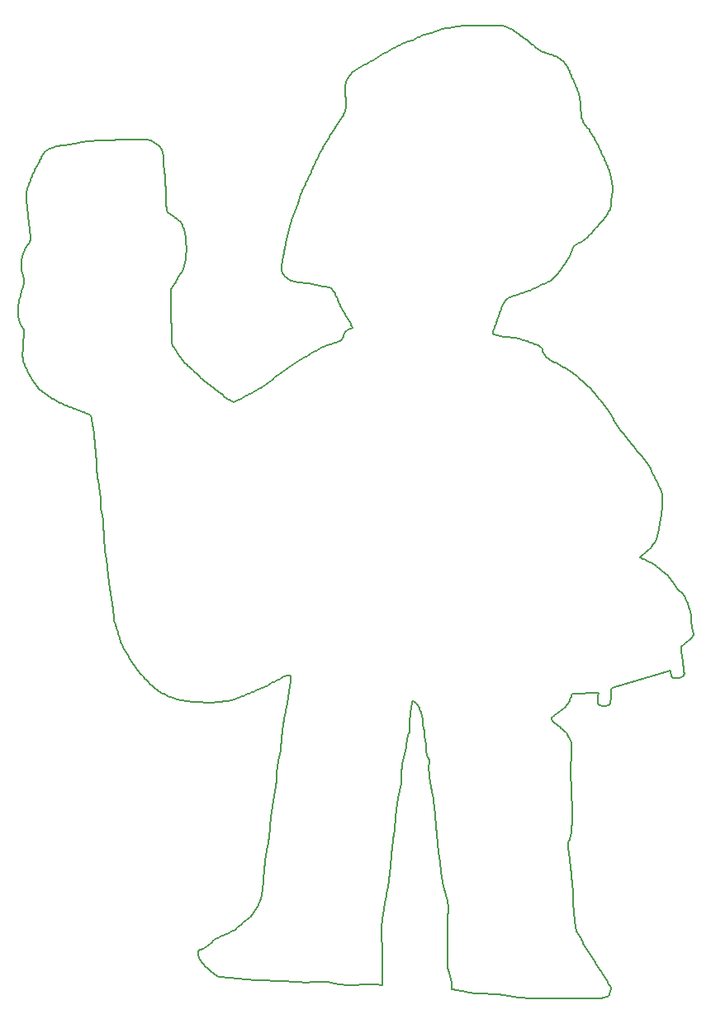
<source format=gbr>
G04 #@! TF.GenerationSoftware,KiCad,Pcbnew,5.1.4+dfsg1-1*
G04 #@! TF.CreationDate,2019-11-26T14:32:18-08:00*
G04 #@! TF.ProjectId,mrfixit,6d726669-7869-4742-9e6b-696361645f70,rev?*
G04 #@! TF.SameCoordinates,Original*
G04 #@! TF.FileFunction,Profile,NP*
%FSLAX46Y46*%
G04 Gerber Fmt 4.6, Leading zero omitted, Abs format (unit mm)*
G04 Created by KiCad (PCBNEW 5.1.4+dfsg1-1) date 2019-11-26 14:32:18*
%MOMM*%
%LPD*%
G04 APERTURE LIST*
%ADD10C,0.200000*%
G04 APERTURE END LIST*
D10*
X157241722Y-106998061D02*
X154522514Y-107055878D01*
X164618220Y-104704375D02*
X158583845Y-106468265D01*
X164785919Y-105383328D02*
X164705492Y-105263546D01*
X164705492Y-105263546D02*
X164670495Y-105097617D01*
X164670495Y-105097617D02*
X164645375Y-104919643D01*
X164645375Y-104919643D02*
X164622222Y-104736718D01*
X164622222Y-104736718D02*
X164618220Y-104704375D01*
X165397543Y-105472495D02*
X165214310Y-105490455D01*
X165214310Y-105490455D02*
X165019147Y-105484662D01*
X165019147Y-105484662D02*
X164865850Y-105437388D01*
X164865850Y-105437388D02*
X164785919Y-105383328D01*
X158411662Y-108122482D02*
X158298299Y-108210847D01*
X158298299Y-108210847D02*
X158157066Y-108269999D01*
X158157066Y-108269999D02*
X157993588Y-108306747D01*
X157993588Y-108306747D02*
X157805696Y-108321292D01*
X157805696Y-108321292D02*
X157617215Y-108309586D01*
X157617215Y-108309586D02*
X157452524Y-108273890D01*
X157452524Y-108273890D02*
X157312658Y-108213573D01*
X157312658Y-108213573D02*
X157227895Y-108147803D01*
X158583845Y-106468265D02*
X158572046Y-106661557D01*
X158572046Y-106661557D02*
X158559728Y-106858288D01*
X158559728Y-106858288D02*
X158547409Y-107048158D01*
X158547409Y-107048158D02*
X158534426Y-107238404D01*
X158534426Y-107238404D02*
X158520247Y-107431038D01*
X158520247Y-107431038D02*
X158504554Y-107620644D01*
X158504554Y-107620644D02*
X158486153Y-107804136D01*
X158486153Y-107804136D02*
X158460876Y-107980517D01*
X158460876Y-107980517D02*
X158411662Y-108122482D01*
X157170417Y-107608794D02*
X157186691Y-107421540D01*
X157186691Y-107421540D02*
X157206086Y-107239911D01*
X157206086Y-107239911D02*
X157229788Y-107063187D01*
X157229788Y-107063187D02*
X157241722Y-106998061D01*
X157136553Y-108052464D02*
X157170417Y-107608794D01*
X157227895Y-108147803D02*
X157136553Y-108052464D01*
X154522514Y-107055878D02*
X154485641Y-107219828D01*
X154485641Y-107219828D02*
X154440650Y-107379298D01*
X154440650Y-107379298D02*
X154388338Y-107530967D01*
X154388338Y-107530967D02*
X154329793Y-107673166D01*
X154329793Y-107673166D02*
X154264285Y-107809048D01*
X154264285Y-107809048D02*
X154191909Y-107939205D01*
X154191909Y-107939205D02*
X154113898Y-108062519D01*
X154113898Y-108062519D02*
X154030312Y-108180127D01*
X154030312Y-108180127D02*
X153941981Y-108291992D01*
X153941981Y-108291992D02*
X153847986Y-108400151D01*
X153847986Y-108400151D02*
X153750608Y-108502876D01*
X153750608Y-108502876D02*
X153648857Y-108602085D01*
X153648857Y-108602085D02*
X153543681Y-108697547D01*
X153543681Y-108697547D02*
X153434932Y-108790026D01*
X153434932Y-108790026D02*
X153322337Y-108880241D01*
X153322337Y-108880241D02*
X153206182Y-108968376D01*
X153206182Y-108968376D02*
X153089671Y-109052533D01*
X153089671Y-109052533D02*
X152970478Y-109134887D01*
X152970478Y-109134887D02*
X152848906Y-109215546D01*
X152848906Y-109215546D02*
X152726099Y-109294075D01*
X152726099Y-109294075D02*
X152656416Y-109337475D01*
X152656416Y-109337475D02*
X152535915Y-109417341D01*
X152535915Y-109417341D02*
X152429156Y-109511542D01*
X152429156Y-109511542D02*
X152408795Y-109555468D01*
X156652175Y-59689932D02*
X156558397Y-59797210D01*
X156558397Y-59797210D02*
X156461561Y-59904074D01*
X156461561Y-59904074D02*
X156363005Y-60008460D01*
X156363005Y-60008460D02*
X156262444Y-60110148D01*
X156262444Y-60110148D02*
X156159531Y-60208961D01*
X156159531Y-60208961D02*
X156053846Y-60304767D01*
X156053846Y-60304767D02*
X155945621Y-60396876D01*
X155945621Y-60396876D02*
X155832054Y-60487088D01*
X155832054Y-60487088D02*
X155714681Y-60573607D01*
X155714681Y-60573607D02*
X155594694Y-60655365D01*
X155594694Y-60655365D02*
X155470243Y-60733544D01*
X155470243Y-60733544D02*
X155342593Y-60807365D01*
X155342593Y-60807365D02*
X155207299Y-60879336D01*
X155207299Y-60879336D02*
X155073028Y-60945195D01*
X139193760Y-109600069D02*
X139156683Y-109436588D01*
X139156683Y-109436588D02*
X139114465Y-109278005D01*
X139114465Y-109278005D02*
X139068249Y-109123286D01*
X139068249Y-109123286D02*
X139017721Y-108969275D01*
X139017721Y-108969275D02*
X138964330Y-108819517D01*
X138964330Y-108819517D02*
X138907559Y-108672413D01*
X138907559Y-108672413D02*
X138848055Y-108530300D01*
X138848055Y-108530300D02*
X138784268Y-108391298D01*
X138784268Y-108391298D02*
X138715105Y-108257121D01*
X138715105Y-108257121D02*
X138638039Y-108131713D01*
X138638039Y-108131713D02*
X138599717Y-108081519D01*
X138599717Y-108081519D02*
X138498375Y-107981744D01*
X138498375Y-107981744D02*
X138382818Y-107896131D01*
X138382818Y-107896131D02*
X138251486Y-107827198D01*
X138251486Y-107827198D02*
X138156540Y-107826552D01*
X157361401Y-58900616D02*
X157260544Y-59010994D01*
X157260544Y-59010994D02*
X157161589Y-59119807D01*
X157161589Y-59119807D02*
X157063728Y-59227883D01*
X157063728Y-59227883D02*
X156963252Y-59339348D01*
X156963252Y-59339348D02*
X156868262Y-59445256D01*
X156868262Y-59445256D02*
X156771463Y-59553920D01*
X156771463Y-59553920D02*
X156674734Y-59663855D01*
X156674734Y-59663855D02*
X156652175Y-59689932D01*
X158177672Y-57837848D02*
X158108929Y-57972516D01*
X158108929Y-57972516D02*
X158034983Y-58101472D01*
X158034983Y-58101472D02*
X157954036Y-58220559D01*
X157954036Y-58220559D02*
X157865216Y-58334482D01*
X157865216Y-58334482D02*
X157772515Y-58444324D01*
X157772515Y-58444324D02*
X157678843Y-58550862D01*
X157678843Y-58550862D02*
X157582802Y-58657779D01*
X157582802Y-58657779D02*
X157486275Y-58764030D01*
X157486275Y-58764030D02*
X157381770Y-58878373D01*
X157381770Y-58878373D02*
X157361401Y-58900616D01*
X158373461Y-57502228D02*
X158293477Y-57623049D01*
X158293477Y-57623049D02*
X158221733Y-57751984D01*
X158221733Y-57751984D02*
X158177672Y-57837848D01*
X162956703Y-91616319D02*
X162862921Y-91722853D01*
X162862921Y-91722853D02*
X162776653Y-91837091D01*
X162776653Y-91837091D02*
X162733892Y-91898132D01*
X163590290Y-89270348D02*
X163562740Y-89445336D01*
X163562740Y-89445336D02*
X163534468Y-89617695D01*
X163534468Y-89617695D02*
X163504862Y-89790471D01*
X163504862Y-89790471D02*
X163473918Y-89962705D01*
X163473918Y-89962705D02*
X163441643Y-90133386D01*
X163441643Y-90133386D02*
X163408046Y-90301446D01*
X163408046Y-90301446D02*
X163372205Y-90470030D01*
X163372205Y-90470030D02*
X163334443Y-90635765D01*
X163334443Y-90635765D02*
X163294472Y-90797972D01*
X163294472Y-90797972D02*
X163251079Y-90958705D01*
X163251079Y-90958705D02*
X163204310Y-91113971D01*
X163204310Y-91113971D02*
X163152697Y-91263557D01*
X163152697Y-91263557D02*
X163093890Y-91405742D01*
X163093890Y-91405742D02*
X163023244Y-91535839D01*
X163023244Y-91535839D02*
X162956703Y-91616319D01*
X163693028Y-88692284D02*
X163659153Y-88859823D01*
X163659153Y-88859823D02*
X163628932Y-89031702D01*
X163628932Y-89031702D02*
X163600561Y-89204696D01*
X163600561Y-89204696D02*
X163590290Y-89270348D01*
X163772133Y-87771272D02*
X163760686Y-87959880D01*
X163760686Y-87959880D02*
X163747646Y-88149310D01*
X163747646Y-88149310D02*
X163733102Y-88335389D01*
X163733102Y-88335389D02*
X163716007Y-88521470D01*
X163716007Y-88521470D02*
X163693028Y-88692284D01*
X135011912Y-136930604D02*
X134821520Y-136919532D01*
X134821520Y-136919532D02*
X134629140Y-136905556D01*
X134629140Y-136905556D02*
X134440388Y-136891006D01*
X134440388Y-136891006D02*
X134244596Y-136875268D01*
X134244596Y-136875268D02*
X134235799Y-136874547D01*
X139926476Y-113955635D02*
X139799616Y-113713461D01*
X166675560Y-98787125D02*
X166703336Y-98961611D01*
X166703336Y-98961611D02*
X166723722Y-99143205D01*
X166723722Y-99143205D02*
X166740617Y-99329088D01*
X166740617Y-99329088D02*
X166755289Y-99527474D01*
X166755289Y-99527474D02*
X166765359Y-99701763D01*
X135105217Y-136930593D02*
X135011912Y-136930604D01*
X135102571Y-135104979D02*
X135105217Y-136930593D01*
X135986645Y-123860198D02*
X135970838Y-124050162D01*
X135970838Y-124050162D02*
X135954968Y-124237828D01*
X135954968Y-124237828D02*
X135939001Y-124423009D01*
X135939001Y-124423009D02*
X135921561Y-124620444D01*
X135921561Y-124620444D02*
X135904833Y-124804498D01*
X135904833Y-124804498D02*
X135887400Y-124990150D01*
X135887400Y-124990150D02*
X135869392Y-125174861D01*
X135869392Y-125174861D02*
X135850685Y-125358731D01*
X135850685Y-125358731D02*
X135831357Y-125540013D01*
X135831357Y-125540013D02*
X135811016Y-125721333D01*
X135811016Y-125721333D02*
X135788990Y-125907170D01*
X135788990Y-125907170D02*
X135766197Y-126088814D01*
X135766197Y-126088814D02*
X135742702Y-126265838D01*
X135742702Y-126265838D02*
X135716489Y-126452618D01*
X135716489Y-126452618D02*
X135690204Y-126630272D01*
X135690204Y-126630272D02*
X135662386Y-126809492D01*
X135662386Y-126809492D02*
X135634119Y-126984034D01*
X135634119Y-126984034D02*
X135604106Y-127162579D01*
X135604106Y-127162579D02*
X135573966Y-127336232D01*
X135573966Y-127336232D02*
X135542735Y-127511449D01*
X135542735Y-127511449D02*
X135511609Y-127682268D01*
X135511609Y-127682268D02*
X135478694Y-127859658D01*
X135478694Y-127859658D02*
X135445667Y-128035015D01*
X135445667Y-128035015D02*
X135412714Y-128207941D01*
X135412714Y-128207941D02*
X135404215Y-128252281D01*
X136217208Y-121831725D02*
X136190581Y-122010733D01*
X136190581Y-122010733D02*
X136165472Y-122188625D01*
X136165472Y-122188625D02*
X136140930Y-122372350D01*
X136140930Y-122372350D02*
X136118133Y-122553085D01*
X136118133Y-122553085D02*
X136096241Y-122737051D01*
X136096241Y-122737051D02*
X136076039Y-122917025D01*
X136076039Y-122917025D02*
X136056423Y-123102219D01*
X136056423Y-123102219D02*
X136037841Y-123288120D01*
X136037841Y-123288120D02*
X136020385Y-123472836D01*
X136020385Y-123472836D02*
X136003849Y-123657461D01*
X136003849Y-123657461D02*
X135987773Y-123846548D01*
X135987773Y-123846548D02*
X135986645Y-123860198D01*
X105149291Y-78554136D02*
X105025434Y-78476750D01*
X105025434Y-78476750D02*
X104891126Y-78407219D01*
X104891126Y-78407219D02*
X104754519Y-78342805D01*
X104754519Y-78342805D02*
X104614185Y-78280626D01*
X104614185Y-78280626D02*
X104470906Y-78220113D01*
X104470906Y-78220113D02*
X104327193Y-78161779D01*
X104327193Y-78161779D02*
X104179534Y-78103894D01*
X104179534Y-78103894D02*
X104033049Y-78048260D01*
X104033049Y-78048260D02*
X103902022Y-77999876D01*
X100011672Y-52314761D02*
X100079925Y-52177417D01*
X100079925Y-52177417D02*
X100149206Y-52042901D01*
X100149206Y-52042901D02*
X100220004Y-51913325D01*
X100220004Y-51913325D02*
X100296338Y-51786215D01*
X100296338Y-51786215D02*
X100378235Y-51667940D01*
X100378235Y-51667940D02*
X100469784Y-51559054D01*
X100469784Y-51559054D02*
X100572957Y-51461641D01*
X100572957Y-51461641D02*
X100691752Y-51372609D01*
X100691752Y-51372609D02*
X100816036Y-51295141D01*
X100816036Y-51295141D02*
X100947349Y-51222519D01*
X100947349Y-51222519D02*
X101011626Y-51188878D01*
X108978230Y-103109144D02*
X108902737Y-102982375D01*
X108902737Y-102982375D02*
X108827039Y-102862200D01*
X110396381Y-105125999D02*
X110298239Y-105020882D01*
X110298239Y-105020882D02*
X110201979Y-104914022D01*
X110201979Y-104914022D02*
X110107818Y-104805343D01*
X110107818Y-104805343D02*
X110014535Y-104693128D01*
X110014535Y-104693128D02*
X109924524Y-104580146D01*
X109924524Y-104580146D02*
X109836142Y-104464417D01*
X109836142Y-104464417D02*
X109751053Y-104348351D01*
X109751053Y-104348351D02*
X109667085Y-104229297D01*
X109667085Y-104229297D02*
X109585067Y-104108743D01*
X109585067Y-104108743D02*
X109503282Y-103984481D01*
X109503282Y-103984481D02*
X109424088Y-103860519D01*
X109424088Y-103860519D02*
X109346643Y-103736085D01*
X109346643Y-103736085D02*
X109270851Y-103611491D01*
X109270851Y-103611491D02*
X109195212Y-103484638D01*
X109195212Y-103484638D02*
X109120402Y-103356964D01*
X109120402Y-103356964D02*
X109046441Y-103228821D01*
X109046441Y-103228821D02*
X108978230Y-103109144D01*
X110677998Y-105445277D02*
X110587070Y-105335655D01*
X110587070Y-105335655D02*
X110490529Y-105227354D01*
X110490529Y-105227354D02*
X110396381Y-105125999D01*
X137573893Y-112130338D02*
X137556189Y-112313581D01*
X137556189Y-112313581D02*
X137531293Y-112491139D01*
X137531293Y-112491139D02*
X137501103Y-112663351D01*
X137501103Y-112663351D02*
X137464696Y-112828255D01*
X137464696Y-112828255D02*
X137462726Y-112835891D01*
X137804938Y-111163704D02*
X137737833Y-111297102D01*
X137737833Y-111297102D02*
X137682712Y-111442359D01*
X137682712Y-111442359D02*
X137640363Y-111600424D01*
X137640363Y-111600424D02*
X137609604Y-111770472D01*
X137609604Y-111770472D02*
X137588141Y-111950129D01*
X137588141Y-111950129D02*
X137573893Y-112130338D01*
X137876579Y-110701154D02*
X137897741Y-110880171D01*
X137897741Y-110880171D02*
X137866397Y-111049283D01*
X137866397Y-111049283D02*
X137804938Y-111163704D01*
X137874727Y-109749088D02*
X137852247Y-109928315D01*
X137852247Y-109928315D02*
X137841850Y-110118232D01*
X137841850Y-110118232D02*
X137843158Y-110318528D01*
X137843158Y-110318528D02*
X137855272Y-110513768D01*
X137855272Y-110513768D02*
X137876167Y-110698194D01*
X137876167Y-110698194D02*
X137876579Y-110701154D01*
X118851175Y-136140098D02*
X118666455Y-136122448D01*
X118666455Y-136122448D02*
X118486311Y-136100689D01*
X118486311Y-136100689D02*
X118317752Y-136068692D01*
X118317752Y-136068692D02*
X118161342Y-136017774D01*
X118161342Y-136017774D02*
X118028169Y-135950655D01*
X118028169Y-135950655D02*
X117906991Y-135870441D01*
X117906991Y-135870441D02*
X117792785Y-135782323D01*
X117792785Y-135782323D02*
X117682523Y-135689952D01*
X117682523Y-135689952D02*
X117573719Y-135594745D01*
X117573719Y-135594745D02*
X117467188Y-135499429D01*
X117467188Y-135499429D02*
X117361734Y-135404094D01*
X117361734Y-135404094D02*
X117322425Y-135368443D01*
X119918134Y-136245055D02*
X119729271Y-136225444D01*
X119729271Y-136225444D02*
X119546302Y-136206977D01*
X119546302Y-136206977D02*
X119348347Y-136187399D01*
X119348347Y-136187399D02*
X119164063Y-136169515D01*
X119164063Y-136169515D02*
X118977214Y-136151769D01*
X118977214Y-136151769D02*
X118851175Y-136140098D01*
X119813222Y-77138708D02*
X120025798Y-77084246D01*
X119521707Y-77001336D02*
X119813222Y-77138708D01*
X125231385Y-64373774D02*
X125126119Y-64278026D01*
X125126119Y-64278026D02*
X125022688Y-64177586D01*
X125022688Y-64177586D02*
X124926449Y-64072547D01*
X124926449Y-64072547D02*
X124840841Y-63956496D01*
X124840841Y-63956496D02*
X124801382Y-63885707D01*
X125839644Y-64763846D02*
X125692583Y-64709633D01*
X125692583Y-64709633D02*
X125561575Y-64640585D01*
X125561575Y-64640585D02*
X125445074Y-64556530D01*
X125445074Y-64556530D02*
X125334241Y-64464151D01*
X125334241Y-64464151D02*
X125231385Y-64373774D01*
X151824497Y-41364333D02*
X151981708Y-41410877D01*
X151981708Y-41410877D02*
X152134674Y-41458775D01*
X152134674Y-41458775D02*
X152285766Y-41509078D01*
X152285766Y-41509078D02*
X152433658Y-41561729D01*
X152433658Y-41561729D02*
X152579511Y-41617599D01*
X152579511Y-41617599D02*
X152721304Y-41676420D01*
X152721304Y-41676420D02*
X152861437Y-41739806D01*
X152861437Y-41739806D02*
X152995342Y-41806287D01*
X152995342Y-41806287D02*
X153128400Y-41879323D01*
X153128400Y-41879323D02*
X153252926Y-41955385D01*
X153252926Y-41955385D02*
X153371969Y-42036665D01*
X153371969Y-42036665D02*
X153485934Y-42124135D01*
X153485934Y-42124135D02*
X153594244Y-42218076D01*
X153594244Y-42218076D02*
X153696516Y-42318741D01*
X153696516Y-42318741D02*
X153791397Y-42424957D01*
X153791397Y-42424957D02*
X153879466Y-42537127D01*
X153879466Y-42537127D02*
X153961310Y-42655659D01*
X153961310Y-42655659D02*
X154038755Y-42783137D01*
X154038755Y-42783137D02*
X154109810Y-42915726D01*
X154109810Y-42915726D02*
X154135701Y-42968266D01*
X151097226Y-41034431D02*
X151211270Y-41120427D01*
X151211270Y-41120427D02*
X151342090Y-41189953D01*
X151342090Y-41189953D02*
X151482563Y-41250074D01*
X151482563Y-41250074D02*
X151630178Y-41303722D01*
X151630178Y-41303722D02*
X151783779Y-41352404D01*
X151783779Y-41352404D02*
X151824497Y-41364333D01*
X114917251Y-60236814D02*
X114938245Y-60417612D01*
X114938245Y-60417612D02*
X114949998Y-60605882D01*
X114949998Y-60605882D02*
X114958784Y-60797312D01*
X114958784Y-60797312D02*
X114965450Y-60990820D01*
X114965450Y-60990820D02*
X114969558Y-61154036D01*
X132600494Y-136914321D02*
X132421845Y-136936619D01*
X132421845Y-136936619D02*
X132237744Y-136953010D01*
X132237744Y-136953010D02*
X132043398Y-136959087D01*
X132043398Y-136959087D02*
X131845266Y-136955705D01*
X131845266Y-136955705D02*
X131650451Y-136947564D01*
X131650451Y-136947564D02*
X131457969Y-136937511D01*
X131457969Y-136937511D02*
X131409514Y-136934827D01*
X134235799Y-136874547D02*
X134048827Y-136859778D01*
X134048827Y-136859778D02*
X133859009Y-136846810D01*
X133859009Y-136846810D02*
X133668013Y-136837681D01*
X133668013Y-136837681D02*
X133470358Y-136835134D01*
X133470358Y-136835134D02*
X133274519Y-136841727D01*
X133274519Y-136841727D02*
X133087757Y-136856103D01*
X133087757Y-136856103D02*
X132903380Y-136875803D01*
X132903380Y-136875803D02*
X132722360Y-136898251D01*
X132722360Y-136898251D02*
X132600494Y-136914321D01*
X122698203Y-106505619D02*
X122549710Y-106559022D01*
X122549710Y-106559022D02*
X122404677Y-106615494D01*
X122404677Y-106615494D02*
X122259051Y-106674808D01*
X122259051Y-106674808D02*
X122116113Y-106735329D01*
X122116113Y-106735329D02*
X121981883Y-106794618D01*
X123456674Y-106126103D02*
X123330507Y-106200653D01*
X123330507Y-106200653D02*
X123202042Y-106272619D01*
X123202042Y-106272619D02*
X123069990Y-106342275D01*
X123069990Y-106342275D02*
X122934684Y-106408473D01*
X122934684Y-106408473D02*
X122794957Y-106469674D01*
X122794957Y-106469674D02*
X122698203Y-106505619D01*
X124222068Y-105714083D02*
X124086108Y-105778144D01*
X124086108Y-105778144D02*
X123951694Y-105847050D01*
X123951694Y-105847050D02*
X123819375Y-105918017D01*
X123819375Y-105918017D02*
X123688329Y-105990823D01*
X123688329Y-105990823D02*
X123561119Y-106063937D01*
X123561119Y-106063937D02*
X123456674Y-106126103D01*
X150503829Y-40550919D02*
X150618005Y-40642384D01*
X150618005Y-40642384D02*
X150729306Y-40731945D01*
X150729306Y-40731945D02*
X150842536Y-40823527D01*
X150842536Y-40823527D02*
X150953738Y-40914118D01*
X150953738Y-40914118D02*
X151064864Y-41006111D01*
X151064864Y-41006111D02*
X151097226Y-41034431D01*
X149869348Y-40033070D02*
X149979350Y-40126134D01*
X149979350Y-40126134D02*
X150089199Y-40216303D01*
X150089199Y-40216303D02*
X150205010Y-40310473D01*
X150205010Y-40310473D02*
X150315962Y-40400129D01*
X150315962Y-40400129D02*
X150430245Y-40492004D01*
X150430245Y-40492004D02*
X150503829Y-40550919D01*
X110463664Y-50233735D02*
X110649036Y-50248923D01*
X110649036Y-50248923D02*
X110833898Y-50266684D01*
X110833898Y-50266684D02*
X111010986Y-50289852D01*
X111010986Y-50289852D02*
X111177291Y-50324318D01*
X111177291Y-50324318D02*
X111331103Y-50374539D01*
X111331103Y-50374539D02*
X111473701Y-50434959D01*
X111473701Y-50434959D02*
X111486720Y-50440855D01*
X106159775Y-50359598D02*
X106355442Y-50353602D01*
X106355442Y-50353602D02*
X106552175Y-50347315D01*
X106552175Y-50347315D02*
X106746211Y-50340855D01*
X106746211Y-50340855D02*
X106946236Y-50333900D01*
X106946236Y-50333900D02*
X107140908Y-50326780D01*
X107140908Y-50326780D02*
X107339093Y-50319021D01*
X107339093Y-50319021D02*
X107530995Y-50310462D01*
X107530995Y-50310462D02*
X107588525Y-50307259D01*
X103690331Y-50637357D02*
X103859754Y-50602015D01*
X103859754Y-50602015D02*
X104028128Y-50567667D01*
X104028128Y-50567667D02*
X104196902Y-50534511D01*
X104196902Y-50534511D02*
X104365772Y-50503301D01*
X104365772Y-50503301D02*
X104540092Y-50474038D01*
X104540092Y-50474038D02*
X104714998Y-50448577D01*
X104714998Y-50448577D02*
X104895606Y-50426941D01*
X104895606Y-50426941D02*
X105080285Y-50409572D01*
X105080285Y-50409572D02*
X105268037Y-50396028D01*
X105268037Y-50396028D02*
X105458388Y-50385422D01*
X105458388Y-50385422D02*
X105650009Y-50376897D01*
X105650009Y-50376897D02*
X105846567Y-50369585D01*
X105846567Y-50369585D02*
X106042324Y-50363179D01*
X106042324Y-50363179D02*
X106159775Y-50359598D01*
X136427951Y-119909088D02*
X136412663Y-120098054D01*
X136412663Y-120098054D02*
X136397246Y-120284237D01*
X136397246Y-120284237D02*
X136381306Y-120470021D01*
X136381306Y-120470021D02*
X136364564Y-120655239D01*
X136364564Y-120655239D02*
X136346531Y-120840740D01*
X136346531Y-120840740D02*
X136327244Y-121021779D01*
X136327244Y-121021779D02*
X136305917Y-121202642D01*
X136305917Y-121202642D02*
X136282493Y-121383009D01*
X136282493Y-121383009D02*
X136257518Y-121561132D01*
X136257518Y-121561132D02*
X136231520Y-121737238D01*
X136231520Y-121737238D02*
X136217208Y-121831725D01*
X136859129Y-117016308D02*
X136820794Y-117178980D01*
X136820794Y-117178980D02*
X136783044Y-117343509D01*
X136783044Y-117343509D02*
X136746475Y-117508654D01*
X136746475Y-117508654D02*
X136711534Y-117673855D01*
X136711534Y-117673855D02*
X136677565Y-117844116D01*
X136677565Y-117844116D02*
X136644760Y-118021064D01*
X136644760Y-118021064D02*
X136615591Y-118192435D01*
X136615591Y-118192435D02*
X136588722Y-118365759D01*
X136588722Y-118365759D02*
X136563764Y-118543617D01*
X136563764Y-118543617D02*
X136541151Y-118721837D01*
X136541151Y-118721837D02*
X136520160Y-118904008D01*
X136520160Y-118904008D02*
X136500790Y-119087739D01*
X136500790Y-119087739D02*
X136482610Y-119274178D01*
X136482610Y-119274178D02*
X136465425Y-119462540D01*
X136465425Y-119462540D02*
X136448418Y-119659646D01*
X136448418Y-119659646D02*
X136432656Y-119850663D01*
X136432656Y-119850663D02*
X136427951Y-119909088D01*
X113739195Y-58168634D02*
X113852775Y-58257041D01*
X113852775Y-58257041D02*
X113920105Y-58296536D01*
X102279220Y-50852729D02*
X102465422Y-50835787D01*
X102465422Y-50835787D02*
X102648367Y-50817002D01*
X102648367Y-50817002D02*
X102828730Y-50795007D01*
X102828730Y-50795007D02*
X103006498Y-50768885D01*
X103006498Y-50768885D02*
X103177369Y-50739647D01*
X103177369Y-50739647D02*
X103346016Y-50707736D01*
X103346016Y-50707736D02*
X103518989Y-50672971D01*
X103518989Y-50672971D02*
X103686617Y-50638136D01*
X103686617Y-50638136D02*
X103690331Y-50637357D01*
X101011626Y-51188878D02*
X101147208Y-51122385D01*
X101147208Y-51122385D02*
X101288439Y-51061536D01*
X101288439Y-51061536D02*
X101435073Y-51008117D01*
X101435073Y-51008117D02*
X101590905Y-50962005D01*
X101590905Y-50962005D02*
X101754461Y-50924119D01*
X101754461Y-50924119D02*
X101924978Y-50894005D01*
X101924978Y-50894005D02*
X102102132Y-50870471D01*
X102102132Y-50870471D02*
X102279220Y-50852729D01*
X99754248Y-52794980D02*
X99829856Y-52668359D01*
X99829856Y-52668359D02*
X99900196Y-52535798D01*
X99900196Y-52535798D02*
X99969378Y-52400024D01*
X99969378Y-52400024D02*
X100011672Y-52314761D01*
X156082379Y-75462510D02*
X156189048Y-75558427D01*
X156189048Y-75558427D02*
X156293154Y-75657125D01*
X156293154Y-75657125D02*
X156395755Y-75758487D01*
X156395755Y-75758487D02*
X156495173Y-75860576D01*
X156495173Y-75860576D02*
X156593929Y-75966519D01*
X156593929Y-75966519D02*
X156688135Y-76074096D01*
X156688135Y-76074096D02*
X156707467Y-76097509D01*
X155427855Y-74875267D02*
X155536127Y-74975207D01*
X155536127Y-74975207D02*
X155642253Y-75071682D01*
X155642253Y-75071682D02*
X155751608Y-75170117D01*
X155751608Y-75170117D02*
X155858121Y-75265195D01*
X155858121Y-75265195D02*
X155966643Y-75361233D01*
X155966643Y-75361233D02*
X156073990Y-75455221D01*
X156073990Y-75455221D02*
X156082379Y-75462510D01*
X152587966Y-73009895D02*
X152726169Y-73080414D01*
X152726169Y-73080414D02*
X152859483Y-73149502D01*
X152859483Y-73149502D02*
X152996792Y-73221838D01*
X152996792Y-73221838D02*
X153132565Y-73294635D01*
X153132565Y-73294635D02*
X153266751Y-73367925D01*
X153266751Y-73367925D02*
X153397682Y-73440826D01*
X153397682Y-73440826D02*
X153525433Y-73513393D01*
X153525433Y-73513393D02*
X153656227Y-73589275D01*
X153656227Y-73589275D02*
X153782184Y-73663999D01*
X153782184Y-73663999D02*
X153909341Y-73741211D01*
X153909341Y-73741211D02*
X154033174Y-73818262D01*
X154033174Y-73818262D02*
X154162072Y-73900587D01*
X154162072Y-73900587D02*
X154284696Y-73981083D01*
X154284696Y-73981083D02*
X154406608Y-74063403D01*
X154406608Y-74063403D02*
X154527693Y-74147621D01*
X154527693Y-74147621D02*
X154645384Y-74232030D01*
X154645384Y-74232030D02*
X154761001Y-74317610D01*
X154761001Y-74317610D02*
X154875145Y-74404905D01*
X154875145Y-74404905D02*
X154995430Y-74500173D01*
X154995430Y-74500173D02*
X155105528Y-74590568D01*
X155105528Y-74590568D02*
X155213898Y-74682780D01*
X155213898Y-74682780D02*
X155322386Y-74778562D01*
X155322386Y-74778562D02*
X155426844Y-74874322D01*
X155426844Y-74874322D02*
X155427855Y-74875267D01*
X151492199Y-71842535D02*
X151540152Y-71995203D01*
X151540152Y-71995203D02*
X151600648Y-72137035D01*
X151600648Y-72137035D02*
X151672966Y-72267008D01*
X151672966Y-72267008D02*
X151755987Y-72385396D01*
X151755987Y-72385396D02*
X151848378Y-72493107D01*
X151848378Y-72493107D02*
X151949503Y-72591992D01*
X151949503Y-72591992D02*
X152060153Y-72684650D01*
X152060153Y-72684650D02*
X152176348Y-72769602D01*
X152176348Y-72769602D02*
X152298082Y-72848735D01*
X152298082Y-72848735D02*
X152425861Y-72923700D01*
X152425861Y-72923700D02*
X152556956Y-72994052D01*
X152556956Y-72994052D02*
X152587966Y-73009895D01*
X117886645Y-75814391D02*
X118004073Y-75896971D01*
X118004073Y-75896971D02*
X118121967Y-75982209D01*
X118121967Y-75982209D02*
X118236959Y-76067306D01*
X118236959Y-76067306D02*
X118352413Y-76154714D01*
X118352413Y-76154714D02*
X118466668Y-76243559D01*
X118466668Y-76243559D02*
X118577859Y-76333532D01*
X118577859Y-76333532D02*
X118615139Y-76365127D01*
X116266859Y-74489686D02*
X116370154Y-74590139D01*
X116370154Y-74590139D02*
X116474569Y-74690653D01*
X116474569Y-74690653D02*
X116578316Y-74789045D01*
X116578316Y-74789045D02*
X116684701Y-74887845D01*
X116684701Y-74887845D02*
X116791788Y-74984528D01*
X116791788Y-74984528D02*
X116898829Y-75077860D01*
X116898829Y-75077860D02*
X117010108Y-75171080D01*
X117010108Y-75171080D02*
X117123589Y-75262233D01*
X117123589Y-75262233D02*
X117238846Y-75351240D01*
X117238846Y-75351240D02*
X117355888Y-75438645D01*
X117355888Y-75438645D02*
X117472236Y-75523269D01*
X117472236Y-75523269D02*
X117592996Y-75609379D01*
X117592996Y-75609379D02*
X117716383Y-75696093D01*
X117716383Y-75696093D02*
X117836255Y-75779503D01*
X117836255Y-75779503D02*
X117886645Y-75814391D01*
X163755094Y-86674561D02*
X163784441Y-86845215D01*
X163784441Y-86845215D02*
X163799138Y-87031606D01*
X163799138Y-87031606D02*
X163798173Y-87232001D01*
X163798173Y-87232001D02*
X163790532Y-87426209D01*
X163790532Y-87426209D02*
X163780644Y-87618400D01*
X163780644Y-87618400D02*
X163772133Y-87771272D01*
X148645864Y-39141100D02*
X148775217Y-39211952D01*
X148592948Y-39112894D02*
X148645864Y-39141100D01*
X147893149Y-38750932D02*
X148037108Y-38808252D01*
X148037108Y-38808252D02*
X148180465Y-38868415D01*
X148180465Y-38868415D02*
X148318898Y-38931112D01*
X148318898Y-38931112D02*
X148451637Y-38999342D01*
X148451637Y-38999342D02*
X148570420Y-39082141D01*
X148570420Y-39082141D02*
X148592948Y-39112894D01*
X142460610Y-38717370D02*
X142621669Y-38676874D01*
X142621669Y-38676874D02*
X142794593Y-38649400D01*
X142794593Y-38649400D02*
X142848664Y-38646243D01*
X139391327Y-111200467D02*
X139382358Y-111007669D01*
X139382358Y-111007669D02*
X139357381Y-110828736D01*
X139357381Y-110828736D02*
X139318665Y-110666667D01*
X139318665Y-110666667D02*
X139318527Y-110666197D01*
X139465400Y-111727726D02*
X139424875Y-111566102D01*
X139424875Y-111566102D02*
X139399738Y-111389449D01*
X139399738Y-111389449D02*
X139391327Y-111200467D01*
X127997472Y-53088273D02*
X128060807Y-52946781D01*
X128060807Y-52946781D02*
X128125605Y-52803952D01*
X128125605Y-52803952D02*
X128190352Y-52663224D01*
X128190352Y-52663224D02*
X128255166Y-52524380D01*
X128255166Y-52524380D02*
X128320976Y-52385499D01*
X128320976Y-52385499D02*
X128387505Y-52247257D01*
X128387505Y-52247257D02*
X128454470Y-52110290D01*
X128454470Y-52110290D02*
X128524077Y-51970212D01*
X128524077Y-51970212D02*
X128591886Y-51835951D01*
X128591886Y-51835951D02*
X128662202Y-51698968D01*
X128662202Y-51698968D02*
X128730895Y-51567283D01*
X128730895Y-51567283D02*
X128800606Y-51435713D01*
X128800606Y-51435713D02*
X128871454Y-51304045D01*
X128871454Y-51304045D02*
X128943554Y-51172060D01*
X128943554Y-51172060D02*
X129017024Y-51039543D01*
X129017024Y-51039543D02*
X129089142Y-50911293D01*
X129089142Y-50911293D02*
X129164671Y-50778786D01*
X129164671Y-50778786D02*
X129238912Y-50650236D01*
X129238912Y-50650236D02*
X129313790Y-50522157D01*
X129313790Y-50522157D02*
X129388305Y-50396165D01*
X129388305Y-50396165D02*
X129463465Y-50270447D01*
X129463465Y-50270447D02*
X129541441Y-50141348D01*
X129541441Y-50141348D02*
X129619084Y-50014055D01*
X129619084Y-50014055D02*
X129698581Y-49884898D01*
X129698581Y-49884898D02*
X129777698Y-49757456D01*
X129777698Y-49757456D02*
X129857533Y-49629865D01*
X129857533Y-49629865D02*
X129898169Y-49565286D01*
X127427210Y-54340634D02*
X127492962Y-54201079D01*
X127492962Y-54201079D02*
X127557018Y-54062670D01*
X127557018Y-54062670D02*
X127624018Y-53916600D01*
X127624018Y-53916600D02*
X127691017Y-53769605D01*
X127691017Y-53769605D02*
X127756527Y-53625154D01*
X127756527Y-53625154D02*
X127820004Y-53484565D01*
X127820004Y-53484565D02*
X127886722Y-53336161D01*
X127886722Y-53336161D02*
X127949075Y-53196847D01*
X127949075Y-53196847D02*
X127997472Y-53088273D01*
X126720513Y-55877951D02*
X126778852Y-55734194D01*
X126778852Y-55734194D02*
X126838931Y-55592885D01*
X126838931Y-55592885D02*
X126900827Y-55453519D01*
X126900827Y-55453519D02*
X126964581Y-55314213D01*
X126964581Y-55314213D02*
X127029784Y-55174353D01*
X127029784Y-55174353D02*
X127096526Y-55032794D01*
X127096526Y-55032794D02*
X127162023Y-54894839D01*
X127162023Y-54894839D02*
X127227401Y-54757731D01*
X127227401Y-54757731D02*
X127295375Y-54615594D01*
X127295375Y-54615594D02*
X127365100Y-54470081D01*
X127365100Y-54470081D02*
X127427210Y-54340634D01*
X126443169Y-56727202D02*
X126488308Y-56569836D01*
X126488308Y-56569836D02*
X126535828Y-56414191D01*
X126535828Y-56414191D02*
X126584885Y-56261091D01*
X126584885Y-56261091D02*
X126636252Y-56108208D01*
X126636252Y-56108208D02*
X126688837Y-55960671D01*
X126688837Y-55960671D02*
X126720513Y-55877951D01*
X166943262Y-100717985D02*
X166977461Y-100883949D01*
X166977461Y-100883949D02*
X166959875Y-101066504D01*
X166959875Y-101066504D02*
X166930404Y-101170566D01*
X149374940Y-39667949D02*
X149490287Y-39753583D01*
X149490287Y-39753583D02*
X149587125Y-39820348D01*
X112811549Y-53888596D02*
X112830123Y-54070540D01*
X112830123Y-54070540D02*
X112838512Y-54263061D01*
X112838512Y-54263061D02*
X112844332Y-54459589D01*
X112844332Y-54459589D02*
X112848457Y-54658908D01*
X112848457Y-54658908D02*
X112851153Y-54858707D01*
X112851153Y-54858707D02*
X112851779Y-54927509D01*
X98645609Y-56938342D02*
X98624316Y-56757587D01*
X98624316Y-56757587D02*
X98605928Y-56573104D01*
X98605928Y-56573104D02*
X98591584Y-56384935D01*
X98591584Y-56384935D02*
X98582762Y-56191566D01*
X98582762Y-56191566D02*
X98581753Y-55991280D01*
X98581753Y-55991280D02*
X98590712Y-55798869D01*
X98590712Y-55798869D02*
X98610147Y-55618289D01*
X98610147Y-55618289D02*
X98640345Y-55447043D01*
X98640345Y-55447043D02*
X98680326Y-55286752D01*
X98680326Y-55286752D02*
X98703800Y-55209731D01*
X142189616Y-136983531D02*
X142183641Y-136786133D01*
X142183641Y-136786133D02*
X142165225Y-136603805D01*
X142165225Y-136603805D02*
X142133092Y-136432214D01*
X142133092Y-136432214D02*
X142094667Y-136269409D01*
X142094667Y-136269409D02*
X142052457Y-136106039D01*
X142052457Y-136106039D02*
X142010076Y-135948385D01*
X142010076Y-135948385D02*
X141964943Y-135783615D01*
X141964943Y-135783615D02*
X141918806Y-135616692D01*
X141918806Y-135616692D02*
X141891854Y-135519502D01*
X158428545Y-137645542D02*
X158382797Y-137803450D01*
X158382797Y-137803450D02*
X158341851Y-137962644D01*
X158341851Y-137962644D02*
X158335475Y-138000404D01*
X158392426Y-136944055D02*
X158486500Y-137051449D01*
X158486500Y-137051449D02*
X158536694Y-137201841D01*
X158536694Y-137201841D02*
X158507131Y-137374019D01*
X158507131Y-137374019D02*
X158463115Y-137530069D01*
X158463115Y-137530069D02*
X158428545Y-137645542D01*
X158010789Y-136338562D02*
X158080268Y-136470408D01*
X158080268Y-136470408D02*
X158152913Y-136598674D01*
X158152913Y-136598674D02*
X158229743Y-136723952D01*
X158229743Y-136723952D02*
X158311297Y-136843777D01*
X158311297Y-136843777D02*
X158392426Y-136944055D01*
X157630839Y-135707964D02*
X157714849Y-135825753D01*
X157714849Y-135825753D02*
X157793051Y-135949407D01*
X157793051Y-135949407D02*
X157867647Y-136075314D01*
X157867647Y-136075314D02*
X157940631Y-136205515D01*
X157940631Y-136205515D02*
X158010078Y-136337165D01*
X158010078Y-136337165D02*
X158010789Y-136338562D01*
X156936065Y-134690496D02*
X157009666Y-134817224D01*
X157009666Y-134817224D02*
X157086712Y-134944390D01*
X157086712Y-134944390D02*
X157165858Y-135069368D01*
X157165858Y-135069368D02*
X157246982Y-135191835D01*
X157246982Y-135191835D02*
X157328866Y-135310093D01*
X157328866Y-135310093D02*
X157414303Y-135428286D01*
X157414303Y-135428286D02*
X157501251Y-135543720D01*
X157501251Y-135543720D02*
X157591882Y-135659477D01*
X157591882Y-135659477D02*
X157630839Y-135707964D01*
X143536467Y-137618716D02*
X143359561Y-137583832D01*
X143359561Y-137583832D02*
X143187794Y-137550371D01*
X143187794Y-137550371D02*
X143011855Y-137516508D01*
X143011855Y-137516508D02*
X142839466Y-137483781D01*
X142839466Y-137483781D02*
X142668122Y-137451863D01*
X142668122Y-137451863D02*
X142495671Y-137421061D01*
X142495671Y-137421061D02*
X142478133Y-137418128D01*
X145302396Y-137837008D02*
X145106384Y-137843328D01*
X145106384Y-137843328D02*
X144913088Y-137836182D01*
X144913088Y-137836182D02*
X144728340Y-137819822D01*
X144728340Y-137819822D02*
X144548382Y-137797532D01*
X144548382Y-137797532D02*
X144371903Y-137771405D01*
X144371903Y-137771405D02*
X144198163Y-137742763D01*
X144198163Y-137742763D02*
X144024884Y-137712112D01*
X144024884Y-137712112D02*
X143854151Y-137680418D01*
X143854151Y-137680418D02*
X143682581Y-137647457D01*
X143682581Y-137647457D02*
X143536467Y-137618716D01*
X130003923Y-71156254D02*
X130161046Y-71112923D01*
X130161046Y-71112923D02*
X130315464Y-71066327D01*
X130315464Y-71066327D02*
X130465301Y-71014827D01*
X130465301Y-71014827D02*
X130606992Y-70956215D01*
X130606992Y-70956215D02*
X130739505Y-70885208D01*
X130739505Y-70885208D02*
X130855133Y-70798445D01*
X130855133Y-70798445D02*
X130915516Y-70737109D01*
X127749777Y-72196833D02*
X127877845Y-72119381D01*
X127877845Y-72119381D02*
X128008226Y-72041364D01*
X128008226Y-72041364D02*
X128136210Y-71965802D01*
X128136210Y-71965802D02*
X128265498Y-71890747D01*
X128265498Y-71890747D02*
X128393217Y-71818159D01*
X128393217Y-71818159D02*
X128522786Y-71746447D01*
X128522786Y-71746447D02*
X128653937Y-71676249D01*
X128653937Y-71676249D02*
X128787731Y-71607572D01*
X128787731Y-71607572D02*
X128922463Y-71541894D01*
X128922463Y-71541894D02*
X129060015Y-71478883D01*
X129060015Y-71478883D02*
X129202655Y-71418181D01*
X129202655Y-71418181D02*
X129346952Y-71361683D01*
X129346952Y-71361683D02*
X129495669Y-71308411D01*
X129495669Y-71308411D02*
X129647819Y-71258597D01*
X129647819Y-71258597D02*
X129804137Y-71211585D01*
X129804137Y-71211585D02*
X129961001Y-71167768D01*
X129961001Y-71167768D02*
X130003923Y-71156254D01*
X165762424Y-102887569D02*
X165789186Y-103062781D01*
X165789186Y-103062781D02*
X165815900Y-103245686D01*
X165815900Y-103245686D02*
X165840805Y-103422185D01*
X165840805Y-103422185D02*
X165865456Y-103601919D01*
X165865456Y-103601919D02*
X165889103Y-103778856D01*
X165889103Y-103778856D02*
X165913039Y-103962561D01*
X165913039Y-103962561D02*
X165935796Y-104141932D01*
X165935796Y-104141932D02*
X165957777Y-104320451D01*
X165957777Y-104320451D02*
X165978994Y-104499297D01*
X165978994Y-104499297D02*
X165999727Y-104684133D01*
X165999727Y-104684133D02*
X166018039Y-104867425D01*
X166018039Y-104867425D02*
X166025812Y-104988167D01*
X165709158Y-102425357D02*
X165724806Y-102611586D01*
X165724806Y-102611586D02*
X165747711Y-102789047D01*
X165747711Y-102789047D02*
X165762424Y-102887569D01*
X166042224Y-101960582D02*
X165923303Y-102042329D01*
X165923303Y-102042329D02*
X165821860Y-102141287D01*
X165821860Y-102141287D02*
X165744054Y-102264364D01*
X165744054Y-102264364D02*
X165709158Y-102425357D01*
X166930404Y-101170566D02*
X166844294Y-101286245D01*
X166844294Y-101286245D02*
X166745255Y-101389051D01*
X166745255Y-101389051D02*
X166641096Y-101488202D01*
X166641096Y-101488202D02*
X166534256Y-101584190D01*
X166534256Y-101584190D02*
X166424628Y-101677902D01*
X166424628Y-101677902D02*
X166312489Y-101768936D01*
X166312489Y-101768936D02*
X166198644Y-101855656D01*
X166198644Y-101855656D02*
X166079995Y-101937420D01*
X166079995Y-101937420D02*
X166042224Y-101960582D01*
X114199454Y-58549565D02*
X114298074Y-58653814D01*
X114298074Y-58653814D02*
X114389528Y-58762842D01*
X114389528Y-58762842D02*
X114473295Y-58879153D01*
X114473295Y-58879153D02*
X114548461Y-59004290D01*
X114548461Y-59004290D02*
X114614736Y-59139191D01*
X114614736Y-59139191D02*
X114672109Y-59282644D01*
X114672109Y-59282644D02*
X114721787Y-59433553D01*
X114721787Y-59433553D02*
X114765293Y-59590642D01*
X114765293Y-59590642D02*
X114804009Y-59752208D01*
X114804009Y-59752208D02*
X114821302Y-59831120D01*
X152760593Y-64328958D02*
X152658543Y-64427608D01*
X152658543Y-64427608D02*
X152552914Y-64523976D01*
X152552914Y-64523976D02*
X152444132Y-64615538D01*
X152444132Y-64615538D02*
X152329486Y-64702304D01*
X152329486Y-64702304D02*
X152209160Y-64782212D01*
X152209160Y-64782212D02*
X152081202Y-64855628D01*
X152081202Y-64855628D02*
X151946597Y-64922298D01*
X151946597Y-64922298D02*
X151806216Y-64983253D01*
X151806216Y-64983253D02*
X151661621Y-65039706D01*
X151661621Y-65039706D02*
X151628428Y-65052006D01*
X130335523Y-48865453D02*
X130412530Y-48742081D01*
X130412530Y-48742081D02*
X130492665Y-48616432D01*
X130492665Y-48616432D02*
X130571296Y-48494887D01*
X130571296Y-48494887D02*
X130650789Y-48373392D01*
X130650789Y-48373392D02*
X130732058Y-48250439D01*
X130732058Y-48250439D02*
X130814753Y-48126599D01*
X130814753Y-48126599D02*
X130898278Y-48002907D01*
X130898278Y-48002907D02*
X130981386Y-47881491D01*
X130981386Y-47881491D02*
X131060439Y-47768098D01*
X129898169Y-49565286D02*
X129978795Y-49437157D01*
X129978795Y-49437157D02*
X130057557Y-49311653D01*
X130057557Y-49311653D02*
X130134675Y-49188460D01*
X130134675Y-49188460D02*
X130213424Y-49062306D01*
X130213424Y-49062306D02*
X130290765Y-48937907D01*
X130290765Y-48937907D02*
X130335523Y-48865453D01*
X141665148Y-127982927D02*
X141622128Y-127822814D01*
X141622128Y-127822814D02*
X141579381Y-127663138D01*
X141579381Y-127663138D02*
X141535104Y-127496782D01*
X141535104Y-127496782D02*
X141493049Y-127337403D01*
X141493049Y-127337403D02*
X141451444Y-127177758D01*
X141451444Y-127177758D02*
X141409937Y-127015625D01*
X141409937Y-127015625D02*
X141369182Y-126852307D01*
X141369182Y-126852307D02*
X141329740Y-126688462D01*
X141329740Y-126688462D02*
X141292038Y-126523907D01*
X141292038Y-126523907D02*
X141256595Y-126358701D01*
X141256595Y-126358701D02*
X141223609Y-126191548D01*
X141223609Y-126191548D02*
X141192008Y-126014270D01*
X141192008Y-126014270D02*
X141164233Y-125840147D01*
X141164233Y-125840147D02*
X141139110Y-125664997D01*
X141139110Y-125664997D02*
X141115666Y-125485617D01*
X141115666Y-125485617D02*
X141093578Y-125303630D01*
X141093578Y-125303630D02*
X141072386Y-125119411D01*
X141072386Y-125119411D02*
X141051757Y-124933628D01*
X141051757Y-124933628D02*
X141032849Y-124759781D01*
X141805353Y-129716798D02*
X141820379Y-129530205D01*
X141820379Y-129530205D02*
X141832042Y-129340542D01*
X141832042Y-129340542D02*
X141838146Y-129144582D01*
X141838146Y-129144582D02*
X141835402Y-128946541D01*
X141835402Y-128946541D02*
X141822147Y-128758737D01*
X141822147Y-128758737D02*
X141798946Y-128579587D01*
X141798946Y-128579587D02*
X141768286Y-128410221D01*
X141768286Y-128410221D02*
X141731978Y-128245553D01*
X141731978Y-128245553D02*
X141691985Y-128084511D01*
X141691985Y-128084511D02*
X141665148Y-127982927D01*
X139830527Y-114658209D02*
X139837899Y-114465252D01*
X139837899Y-114465252D02*
X139864056Y-114289235D01*
X139864056Y-114289235D02*
X139868281Y-114266197D01*
X139882854Y-115295897D02*
X139870895Y-115103551D01*
X139870895Y-115103551D02*
X139857236Y-114915318D01*
X139857236Y-114915318D02*
X139840691Y-114731069D01*
X139840691Y-114731069D02*
X139830527Y-114658209D01*
X113444637Y-65546118D02*
X113410642Y-65713149D01*
X113410642Y-65713149D02*
X113400760Y-65903472D01*
X113400760Y-65903472D02*
X113398282Y-66102592D01*
X113398282Y-66102592D02*
X113398634Y-66304593D01*
X113398634Y-66304593D02*
X113400349Y-66508863D01*
X113400349Y-66508863D02*
X113402779Y-66710981D01*
X113402779Y-66710981D02*
X113405650Y-66913964D01*
X113405650Y-66913964D02*
X113408828Y-67118979D01*
X113408828Y-67118979D02*
X113412131Y-67320735D01*
X113412131Y-67320735D02*
X113415949Y-67545822D01*
X113415949Y-67545822D02*
X113419397Y-67744636D01*
X113419397Y-67744636D02*
X113422918Y-67945008D01*
X149110356Y-39464922D02*
X149227216Y-39552182D01*
X149227216Y-39552182D02*
X149340579Y-39639223D01*
X149340579Y-39639223D02*
X149374940Y-39667949D01*
X148775217Y-39211952D02*
X148890520Y-39300536D01*
X148890520Y-39300536D02*
X149010701Y-39390852D01*
X149010701Y-39390852D02*
X149110356Y-39464922D01*
X155192852Y-45508266D02*
X155239488Y-45664892D01*
X155239488Y-45664892D02*
X155283017Y-45824215D01*
X155283017Y-45824215D02*
X155320434Y-45987961D01*
X155320434Y-45987961D02*
X155349579Y-46159904D01*
X155349579Y-46159904D02*
X155370538Y-46340150D01*
X155370538Y-46340150D02*
X155385864Y-46528156D01*
X155385864Y-46528156D02*
X155397877Y-46719212D01*
X155397877Y-46719212D02*
X155408420Y-46914979D01*
X155408420Y-46914979D02*
X155408646Y-46919377D01*
X154927488Y-44758438D02*
X154988759Y-44898137D01*
X154988759Y-44898137D02*
X155045260Y-45044376D01*
X155045260Y-45044376D02*
X155095862Y-45195235D01*
X155095862Y-45195235D02*
X155145067Y-45352199D01*
X155145067Y-45352199D02*
X155192852Y-45508266D01*
X154751413Y-44352744D02*
X154812098Y-44495412D01*
X154812098Y-44495412D02*
X154872887Y-44635413D01*
X154872887Y-44635413D02*
X154927488Y-44758438D01*
X127263946Y-64965207D02*
X127076134Y-64949296D01*
X127076134Y-64949296D02*
X126886339Y-64932364D01*
X126886339Y-64932364D02*
X126703644Y-64914788D01*
X126703644Y-64914788D02*
X126519103Y-64894965D01*
X126519103Y-64894965D02*
X126339384Y-64872293D01*
X126339384Y-64872293D02*
X126166261Y-64844961D01*
X126166261Y-64844961D02*
X126000940Y-64810166D01*
X126000940Y-64810166D02*
X125840818Y-64764232D01*
X125840818Y-64764232D02*
X125839644Y-64763846D01*
X128322279Y-65156057D02*
X128160549Y-65116489D01*
X128160549Y-65116489D02*
X127997304Y-65079364D01*
X127997304Y-65079364D02*
X127830916Y-65045116D01*
X127830916Y-65045116D02*
X127657626Y-65014105D01*
X127657626Y-65014105D02*
X127480948Y-64988214D01*
X127480948Y-64988214D02*
X127298860Y-64968233D01*
X127298860Y-64968233D02*
X127263946Y-64965207D01*
X129265148Y-65350094D02*
X129091687Y-65322999D01*
X129091687Y-65322999D02*
X128923367Y-65291135D01*
X128923367Y-65291135D02*
X128754793Y-65256294D01*
X128754793Y-65256294D02*
X128587282Y-65219352D01*
X128587282Y-65219352D02*
X128424745Y-65181310D01*
X128424745Y-65181310D02*
X128322279Y-65156057D01*
X129991276Y-65713835D02*
X129893304Y-65609835D01*
X129893304Y-65609835D02*
X129787154Y-65515715D01*
X129787154Y-65515715D02*
X129662432Y-65440344D01*
X129662432Y-65440344D02*
X129512067Y-65390502D01*
X129512067Y-65390502D02*
X129341560Y-65359996D01*
X129341560Y-65359996D02*
X129265148Y-65350094D01*
X98703800Y-55209731D02*
X98755461Y-55057175D01*
X98755461Y-55057175D02*
X98808763Y-54909634D01*
X98808763Y-54909634D02*
X98864354Y-54761968D01*
X98864354Y-54761968D02*
X98920487Y-54617302D01*
X98920487Y-54617302D02*
X98977814Y-54473056D01*
X98977814Y-54473056D02*
X99037726Y-54325376D01*
X99037726Y-54325376D02*
X99097034Y-54181853D01*
X99097034Y-54181853D02*
X99156841Y-54039533D01*
X99156841Y-54039533D02*
X99218434Y-53895347D01*
X99218434Y-53895347D02*
X99279305Y-53755180D01*
X99279305Y-53755180D02*
X99341953Y-53613376D01*
X99341953Y-53613376D02*
X99405554Y-53472137D01*
X99405554Y-53472137D02*
X99469673Y-53332861D01*
X99469673Y-53332861D02*
X99535670Y-53193424D01*
X99535670Y-53193424D02*
X99602610Y-53057325D01*
X99602610Y-53057325D02*
X99671509Y-52925790D01*
X99671509Y-52925790D02*
X99748516Y-52801793D01*
X99748516Y-52801793D02*
X99754248Y-52794980D01*
X98716164Y-57697867D02*
X98705347Y-57507152D01*
X98705347Y-57507152D02*
X98688595Y-57322124D01*
X98688595Y-57322124D02*
X98669191Y-57137756D01*
X98669191Y-57137756D02*
X98647983Y-56957410D01*
X98647983Y-56957410D02*
X98645609Y-56938342D01*
X98854000Y-58933584D02*
X98830103Y-58750547D01*
X98830103Y-58750547D02*
X98807126Y-58568589D01*
X98807126Y-58568589D02*
X98784808Y-58385407D01*
X98784808Y-58385407D02*
X98763609Y-58203876D01*
X98763609Y-58203876D02*
X98743388Y-58020274D01*
X98743388Y-58020274D02*
X98725302Y-57837140D01*
X98725302Y-57837140D02*
X98716164Y-57697867D01*
X124680639Y-112483194D02*
X124693059Y-112295452D01*
X124693059Y-112295452D02*
X124706711Y-112103866D01*
X124706711Y-112103866D02*
X124721080Y-111917547D01*
X124721080Y-111917547D02*
X124737201Y-111725343D01*
X124737201Y-111725343D02*
X124754187Y-111539499D01*
X124754187Y-111539499D02*
X124772788Y-111352755D01*
X124772788Y-111352755D02*
X124792516Y-111170607D01*
X124792516Y-111170607D02*
X124814345Y-110984769D01*
X124814345Y-110984769D02*
X124839508Y-110786984D01*
X124839508Y-110786984D02*
X124864219Y-110606374D01*
X124864219Y-110606374D02*
X124889911Y-110429982D01*
X124889911Y-110429982D02*
X124917504Y-110250813D01*
X124917504Y-110250813D02*
X124946072Y-110074252D01*
X124946072Y-110074252D02*
X124975519Y-109899824D01*
X124975519Y-109899824D02*
X125005739Y-109727230D01*
X125005739Y-109727230D02*
X125036604Y-109556314D01*
X125036604Y-109556314D02*
X125067983Y-109387061D01*
X125067983Y-109387061D02*
X125101147Y-109212166D01*
X125101147Y-109212166D02*
X125106139Y-109186157D01*
X124324809Y-114352917D02*
X124367270Y-114186531D01*
X124367270Y-114186531D02*
X124407936Y-114025899D01*
X124407936Y-114025899D02*
X124448810Y-113862290D01*
X124448810Y-113862290D02*
X124488647Y-113699348D01*
X124488647Y-113699348D02*
X124527613Y-113534175D01*
X124527613Y-113534175D02*
X124564363Y-113368778D01*
X124564363Y-113368778D02*
X124598120Y-113200601D01*
X124598120Y-113200601D02*
X124627167Y-113028988D01*
X124627167Y-113028988D02*
X124650244Y-112851953D01*
X124650244Y-112851953D02*
X124667474Y-112669027D01*
X124667474Y-112669027D02*
X124680639Y-112483194D01*
X142195913Y-137371585D02*
X142189616Y-136983531D01*
X142478133Y-137418128D02*
X142195913Y-137371585D01*
X140109427Y-116839921D02*
X140076047Y-116669076D01*
X140076047Y-116669076D02*
X140042568Y-116493599D01*
X140042568Y-116493599D02*
X140010737Y-116320566D01*
X140010737Y-116320566D02*
X139981039Y-116150013D01*
X139981039Y-116150013D02*
X139953389Y-115977157D01*
X139953389Y-115977157D02*
X139928713Y-115801098D01*
X139928713Y-115801098D02*
X139907970Y-115620242D01*
X139907970Y-115620242D02*
X139891940Y-115435589D01*
X139891940Y-115435589D02*
X139882854Y-115295897D01*
X140679268Y-121672975D02*
X140660137Y-121457507D01*
X140660137Y-121457507D02*
X140638260Y-121210914D01*
X140638260Y-121210914D02*
X140617505Y-120976875D01*
X140617505Y-120976875D02*
X140597816Y-120754946D01*
X140597816Y-120754946D02*
X140580665Y-120561812D01*
X140580665Y-120561812D02*
X140562878Y-120361857D01*
X140562878Y-120361857D02*
X140546007Y-120172720D01*
X140546007Y-120172720D02*
X140529350Y-119986738D01*
X140529350Y-119986738D02*
X140512344Y-119797928D01*
X140512344Y-119797928D02*
X140493413Y-119589546D01*
X140493413Y-119589546D02*
X140476230Y-119402653D01*
X140476230Y-119402653D02*
X140458554Y-119213461D01*
X140458554Y-119213461D02*
X140441017Y-119029797D01*
X140441017Y-119029797D02*
X140422738Y-118844030D01*
X140422738Y-118844030D02*
X140403821Y-118659570D01*
X140403821Y-118659570D02*
X140384041Y-118477209D01*
X140384041Y-118477209D02*
X140363020Y-118297282D01*
X140363020Y-118297282D02*
X140339747Y-118116116D01*
X140339747Y-118116116D02*
X140314388Y-117939372D01*
X140314388Y-117939372D02*
X140286634Y-117766238D01*
X140286634Y-117766238D02*
X140256175Y-117593256D01*
X140256175Y-117593256D02*
X140223031Y-117416951D01*
X140223031Y-117416951D02*
X140189708Y-117245947D01*
X140189708Y-117245947D02*
X140151386Y-117052112D01*
X140151386Y-117052112D02*
X140117301Y-116879850D01*
X140117301Y-116879850D02*
X140109427Y-116839921D01*
X122624133Y-136471803D02*
X122423788Y-136470680D01*
X122423788Y-136470680D02*
X122227818Y-136466459D01*
X122227818Y-136466459D02*
X122035597Y-136457551D01*
X122035597Y-136457551D02*
X121850802Y-136440586D01*
X121850802Y-136440586D02*
X121742189Y-136421998D01*
X125597857Y-136579899D02*
X125408426Y-136565437D01*
X125408426Y-136565437D02*
X125219221Y-136553736D01*
X125219221Y-136553736D02*
X125024562Y-136543213D01*
X125024562Y-136543213D02*
X124831872Y-136533809D01*
X124831872Y-136533809D02*
X124635001Y-136524998D01*
X124635001Y-136524998D02*
X124441250Y-136516978D01*
X124441250Y-136516978D02*
X124238881Y-136509215D01*
X124238881Y-136509215D02*
X124039560Y-136502138D01*
X124039560Y-136502138D02*
X123838035Y-136495545D01*
X123838035Y-136495545D02*
X123634972Y-136489490D01*
X123634972Y-136489490D02*
X123436233Y-136484178D01*
X123436233Y-136484178D02*
X123231764Y-136479427D01*
X123231764Y-136479427D02*
X123026274Y-136475536D01*
X123026274Y-136475536D02*
X122825778Y-136472857D01*
X122825778Y-136472857D02*
X122626396Y-136471801D01*
X122626396Y-136471801D02*
X122624133Y-136471803D01*
X125705087Y-105203612D02*
X125506337Y-105205562D01*
X125506337Y-105205562D02*
X125328190Y-105227796D01*
X125328190Y-105227796D02*
X125292689Y-105233177D01*
X125523009Y-106856390D02*
X125550192Y-106674787D01*
X125550192Y-106674787D02*
X125576240Y-106496086D01*
X125576240Y-106496086D02*
X125601584Y-106316787D01*
X125601584Y-106316787D02*
X125626060Y-106137062D01*
X125626060Y-106137062D02*
X125649302Y-105958170D01*
X125649302Y-105958170D02*
X125671335Y-105777249D01*
X125671335Y-105777249D02*
X125691403Y-105594874D01*
X125691403Y-105594874D02*
X125708034Y-105408633D01*
X125708034Y-105408633D02*
X125708008Y-105208537D01*
X125708008Y-105208537D02*
X125705087Y-105203612D01*
X125106139Y-109186157D02*
X125140713Y-109006091D01*
X125140713Y-109006091D02*
X125175498Y-108824703D01*
X125175498Y-108824703D02*
X125208687Y-108651285D01*
X125208687Y-108651285D02*
X125242444Y-108474318D01*
X125242444Y-108474318D02*
X125274955Y-108303051D01*
X125274955Y-108303051D02*
X125306789Y-108134042D01*
X125306789Y-108134042D02*
X125338207Y-107965286D01*
X125338207Y-107965286D02*
X125369280Y-107795322D01*
X125369280Y-107795322D02*
X125400120Y-107621915D01*
X125400120Y-107621915D02*
X125429388Y-107450943D01*
X125429388Y-107450943D02*
X125458173Y-107275189D01*
X125458173Y-107275189D02*
X125485621Y-107100831D01*
X125485621Y-107100831D02*
X125512704Y-106924247D01*
X125512704Y-106924247D02*
X125523009Y-106856390D01*
X105263091Y-78928585D02*
X105233348Y-78756667D01*
X105233348Y-78756667D02*
X105186543Y-78602807D01*
X105186543Y-78602807D02*
X105149291Y-78554136D01*
X105401405Y-79614252D02*
X105362963Y-79450024D01*
X105362963Y-79450024D02*
X105327795Y-79284547D01*
X105327795Y-79284547D02*
X105294672Y-79114515D01*
X105294672Y-79114515D02*
X105265181Y-78942453D01*
X105265181Y-78942453D02*
X105263091Y-78928585D01*
X105524822Y-80429338D02*
X105507238Y-80243830D01*
X105507238Y-80243830D02*
X105484468Y-80065311D01*
X105484468Y-80065311D02*
X105457279Y-79890341D01*
X105457279Y-79890341D02*
X105425684Y-79721554D01*
X105425684Y-79721554D02*
X105401405Y-79614252D01*
X126761997Y-72786881D02*
X126892420Y-72710638D01*
X126892420Y-72710638D02*
X127018991Y-72635773D01*
X127018991Y-72635773D02*
X127144751Y-72560938D01*
X127144751Y-72560938D02*
X127271427Y-72485230D01*
X127271427Y-72485230D02*
X127407622Y-72403520D01*
X127407622Y-72403520D02*
X127536679Y-72325806D01*
X127536679Y-72325806D02*
X127668579Y-72246079D01*
X127668579Y-72246079D02*
X127749777Y-72196833D01*
X124397963Y-74383006D02*
X124514372Y-74292827D01*
X124514372Y-74292827D02*
X124630288Y-74203888D01*
X124630288Y-74203888D02*
X124748209Y-74114386D01*
X124748209Y-74114386D02*
X124863626Y-74027834D01*
X124863626Y-74027834D02*
X124981423Y-73940671D01*
X124981423Y-73940671D02*
X125097365Y-73856121D01*
X125097365Y-73856121D02*
X125216275Y-73770771D01*
X125216275Y-73770771D02*
X125334144Y-73687594D01*
X125334144Y-73687594D02*
X125460143Y-73600301D01*
X125460143Y-73600301D02*
X125580129Y-73518752D01*
X125580129Y-73518752D02*
X125704434Y-73435879D01*
X125704434Y-73435879D02*
X125827073Y-73355696D01*
X125827073Y-73355696D02*
X125951858Y-73275653D01*
X125951858Y-73275653D02*
X126078790Y-73195743D01*
X126078790Y-73195743D02*
X126203727Y-73118470D01*
X126203727Y-73118470D02*
X126331650Y-73040650D01*
X126331650Y-73040650D02*
X126460581Y-72963424D01*
X126460581Y-72963424D02*
X126588239Y-72888024D01*
X126588239Y-72888024D02*
X126717213Y-72812798D01*
X126717213Y-72812798D02*
X126761997Y-72786881D01*
X121291663Y-76430452D02*
X121425246Y-76363070D01*
X121425246Y-76363070D02*
X121558617Y-76294645D01*
X121558617Y-76294645D02*
X121690547Y-76225603D01*
X121690547Y-76225603D02*
X121825637Y-76153261D01*
X121825637Y-76153261D02*
X121957352Y-76080891D01*
X121957352Y-76080891D02*
X122086520Y-76007937D01*
X122086520Y-76007937D02*
X122213979Y-75933853D01*
X122213979Y-75933853D02*
X122340561Y-75858086D01*
X122340561Y-75858086D02*
X122467101Y-75780090D01*
X122467101Y-75780090D02*
X122590432Y-75701886D01*
X122590432Y-75701886D02*
X122713915Y-75621467D01*
X122713915Y-75621467D02*
X122834075Y-75541250D01*
X122834075Y-75541250D02*
X122955482Y-75458362D01*
X122955482Y-75458362D02*
X123074299Y-75375583D01*
X123074299Y-75375583D02*
X123193590Y-75290971D01*
X123193590Y-75290971D02*
X123310508Y-75206726D01*
X123310508Y-75206726D02*
X123428108Y-75120827D01*
X123428108Y-75120827D02*
X123544822Y-75034546D01*
X123544822Y-75034546D02*
X123665637Y-74944294D01*
X123665637Y-74944294D02*
X123783820Y-74855199D01*
X123783820Y-74855199D02*
X123898945Y-74767745D01*
X123898945Y-74767745D02*
X124018096Y-74676633D01*
X124018096Y-74676633D02*
X124131720Y-74589256D01*
X124131720Y-74589256D02*
X124247145Y-74500072D01*
X124247145Y-74500072D02*
X124360183Y-74412381D01*
X124360183Y-74412381D02*
X124397963Y-74383006D01*
X113404213Y-57957532D02*
X113535524Y-58028007D01*
X113535524Y-58028007D02*
X113658248Y-58107364D01*
X113658248Y-58107364D02*
X113739195Y-58168634D01*
X113082815Y-57715845D02*
X113185286Y-57813662D01*
X113185286Y-57813662D02*
X113300722Y-57899129D01*
X113300722Y-57899129D02*
X113404213Y-57957532D01*
X116205016Y-133420554D02*
X116673397Y-133191568D01*
X112772543Y-53765124D02*
X112811549Y-53888596D01*
X158544657Y-56772020D02*
X158539168Y-56968932D01*
X158539168Y-56968932D02*
X158522502Y-57152939D01*
X158522502Y-57152939D02*
X158484798Y-57316187D01*
X158484798Y-57316187D02*
X158416019Y-57449811D01*
X158416019Y-57449811D02*
X158373461Y-57502228D01*
X158618008Y-56031186D02*
X158587940Y-56201506D01*
X158587940Y-56201506D02*
X158566144Y-56379923D01*
X158566144Y-56379923D02*
X158551578Y-56567100D01*
X158551578Y-56567100D02*
X158544740Y-56764395D01*
X158544740Y-56764395D02*
X158544657Y-56772020D01*
X158687365Y-55474237D02*
X158674853Y-55664005D01*
X158674853Y-55664005D02*
X158651838Y-55841695D01*
X158651838Y-55841695D02*
X158621771Y-56013009D01*
X158621771Y-56013009D02*
X158618008Y-56031186D01*
X158532362Y-54129832D02*
X158565757Y-54298031D01*
X158565757Y-54298031D02*
X158593572Y-54473116D01*
X158593572Y-54473116D02*
X158617722Y-54649336D01*
X158617722Y-54649336D02*
X158639649Y-54831620D01*
X158639649Y-54831620D02*
X158658638Y-55013513D01*
X158658638Y-55013513D02*
X158674516Y-55197815D01*
X158674516Y-55197815D02*
X158685618Y-55387835D01*
X158685618Y-55387835D02*
X158687365Y-55474237D01*
X106498114Y-90328750D02*
X106475111Y-90149509D01*
X106475111Y-90149509D02*
X106459072Y-89963265D01*
X106459072Y-89963265D02*
X106447954Y-89771598D01*
X106447954Y-89771598D02*
X106442437Y-89575109D01*
X106442437Y-89575109D02*
X106442272Y-89540946D01*
X106580435Y-91563473D02*
X106573716Y-91367365D01*
X106573716Y-91367365D02*
X106565394Y-91174494D01*
X106565394Y-91174494D02*
X106555282Y-90981256D01*
X106555282Y-90981256D02*
X106543293Y-90790495D01*
X106543293Y-90790495D02*
X106528994Y-90603736D01*
X106528994Y-90603736D02*
X106510917Y-90421725D01*
X106510917Y-90421725D02*
X106498114Y-90328750D01*
X106682691Y-92748600D02*
X106645783Y-92582539D01*
X106645783Y-92582539D02*
X106621839Y-92406043D01*
X106621839Y-92406043D02*
X106606937Y-92219707D01*
X106606937Y-92219707D02*
X106596887Y-92029263D01*
X106596887Y-92029263D02*
X106589013Y-91830220D01*
X106589013Y-91830220D02*
X106582631Y-91636172D01*
X106582631Y-91636172D02*
X106580435Y-91563473D01*
X98313118Y-70381411D02*
X98336032Y-70201388D01*
X98336032Y-70201388D02*
X98355408Y-70019853D01*
X98355408Y-70019853D02*
X98354789Y-69820402D01*
X98354789Y-69820402D02*
X98293624Y-69681334D01*
X98293624Y-69681334D02*
X98227038Y-69604144D01*
X98203095Y-72127677D02*
X98211123Y-71934606D01*
X98211123Y-71934606D02*
X98219748Y-71731853D01*
X98219748Y-71731853D02*
X98228678Y-71529357D01*
X98228678Y-71529357D02*
X98237946Y-71330989D01*
X98237946Y-71330989D02*
X98247954Y-71135433D01*
X98247954Y-71135433D02*
X98259339Y-70942530D01*
X98259339Y-70942530D02*
X98272972Y-70755098D01*
X98272972Y-70755098D02*
X98290404Y-70570727D01*
X98290404Y-70570727D02*
X98312282Y-70387816D01*
X98312282Y-70387816D02*
X98313118Y-70381411D01*
X98844341Y-74259723D02*
X98773553Y-74125467D01*
X98773553Y-74125467D02*
X98703263Y-73990878D01*
X98703263Y-73990878D02*
X98633735Y-73855796D01*
X98633735Y-73855796D02*
X98566117Y-73721554D01*
X98566117Y-73721554D02*
X98500427Y-73586886D01*
X98500427Y-73586886D02*
X98436733Y-73449855D01*
X98436733Y-73449855D02*
X98375946Y-73309015D01*
X98375946Y-73309015D02*
X98319808Y-73162866D01*
X98319808Y-73162866D02*
X98270569Y-73008088D01*
X98270569Y-73008088D02*
X98230741Y-72835744D01*
X98230741Y-72835744D02*
X98206689Y-72657197D01*
X98206689Y-72657197D02*
X98196980Y-72466143D01*
X98196980Y-72466143D02*
X98198391Y-72263910D01*
X98198391Y-72263910D02*
X98203095Y-72127677D01*
X98148508Y-63870425D02*
X98110372Y-63707662D01*
X98110372Y-63707662D02*
X98082736Y-63534278D01*
X98082736Y-63534278D02*
X98064219Y-63351293D01*
X98064219Y-63351293D02*
X98054491Y-63153727D01*
X98054491Y-63153727D02*
X98054883Y-62952366D01*
X98054883Y-62952366D02*
X98065362Y-62761871D01*
X98065362Y-62761871D02*
X98085933Y-62582128D01*
X98085933Y-62582128D02*
X98091342Y-62547509D01*
X98176786Y-65546118D02*
X98229786Y-65398328D01*
X98229786Y-65398328D02*
X98275320Y-65240291D01*
X98275320Y-65240291D02*
X98307992Y-65072556D01*
X98307992Y-65072556D02*
X98323583Y-64887762D01*
X98323583Y-64887762D02*
X98318146Y-64691244D01*
X98318146Y-64691244D02*
X98296674Y-64509668D01*
X98296674Y-64509668D02*
X98265867Y-64339619D01*
X98265867Y-64339619D02*
X98228505Y-64173262D01*
X98228505Y-64173262D02*
X98187776Y-64013340D01*
X98187776Y-64013340D02*
X98148508Y-63870425D01*
X98029188Y-66075285D02*
X98062772Y-65908039D01*
X98062772Y-65908039D02*
X98106485Y-65751539D01*
X98106485Y-65751539D02*
X98156699Y-65600004D01*
X98156699Y-65600004D02*
X98176786Y-65546118D01*
X153986286Y-62759098D02*
X153908563Y-62881677D01*
X153908563Y-62881677D02*
X153827031Y-63004051D01*
X153827031Y-63004051D02*
X153743294Y-63125007D01*
X153743294Y-63125007D02*
X153659401Y-63242453D01*
X153659401Y-63242453D02*
X153574461Y-63358182D01*
X153574461Y-63358182D02*
X153481811Y-63481226D01*
X153481811Y-63481226D02*
X153392660Y-63596738D01*
X153392660Y-63596738D02*
X153302792Y-63710431D01*
X153302792Y-63710431D02*
X153213090Y-63821191D01*
X153213090Y-63821191D02*
X153121836Y-63930963D01*
X153121836Y-63930963D02*
X153027616Y-64040986D01*
X153027616Y-64040986D02*
X152932023Y-64148694D01*
X152932023Y-64148694D02*
X152834832Y-64253305D01*
X152834832Y-64253305D02*
X152760593Y-64328958D01*
X154574322Y-61487578D02*
X154520728Y-61634721D01*
X154520728Y-61634721D02*
X154463388Y-61780180D01*
X154463388Y-61780180D02*
X154404349Y-61921454D01*
X154404349Y-61921454D02*
X154341167Y-62065394D01*
X154341167Y-62065394D02*
X154275691Y-62207926D01*
X154275691Y-62207926D02*
X154209349Y-62346004D01*
X154209349Y-62346004D02*
X154141987Y-62479690D01*
X154141987Y-62479690D02*
X154072056Y-62610935D01*
X154072056Y-62610935D02*
X153998974Y-62738243D01*
X153998974Y-62738243D02*
X153986286Y-62759098D01*
X154684775Y-61179209D02*
X154630613Y-61327020D01*
X154630613Y-61327020D02*
X154577606Y-61478080D01*
X154577606Y-61478080D02*
X154574322Y-61487578D01*
X155073028Y-60945195D02*
X154937547Y-61012698D01*
X154937547Y-61012698D02*
X154808552Y-61084998D01*
X154808552Y-61084998D02*
X154691992Y-61168630D01*
X154691992Y-61168630D02*
X154684775Y-61179209D01*
X158156495Y-52988918D02*
X158217683Y-53128557D01*
X158217683Y-53128557D02*
X158271034Y-53277212D01*
X158271034Y-53277212D02*
X158323047Y-53430569D01*
X158323047Y-53430569D02*
X158373571Y-53585574D01*
X158373571Y-53585574D02*
X158421445Y-53737939D01*
X158421445Y-53737939D02*
X158468121Y-53893078D01*
X158468121Y-53893078D02*
X158511998Y-54049260D01*
X158511998Y-54049260D02*
X158532362Y-54129832D01*
X158123829Y-52911594D02*
X158156495Y-52988918D01*
X157927278Y-52451219D02*
X157990709Y-52588013D01*
X157990709Y-52588013D02*
X158053022Y-52727927D01*
X158053022Y-52727927D02*
X158111323Y-52869758D01*
X158111323Y-52869758D02*
X158123829Y-52911594D01*
X157623270Y-51787710D02*
X157685904Y-51928452D01*
X157685904Y-51928452D02*
X157750464Y-52070438D01*
X157750464Y-52070438D02*
X157813995Y-52208524D01*
X157813995Y-52208524D02*
X157877587Y-52345360D01*
X157877587Y-52345360D02*
X157927278Y-52451219D01*
X147417023Y-38565326D02*
X147893149Y-38750932D01*
X145348222Y-38573721D02*
X147417023Y-38565326D01*
X146623675Y-69413467D02*
X146565717Y-69558808D01*
X146565717Y-69558808D02*
X146512355Y-69706168D01*
X146512355Y-69706168D02*
X146462627Y-69857813D01*
X146462627Y-69857813D02*
X146446817Y-69911892D01*
X146992422Y-68390413D02*
X146940041Y-68544013D01*
X146940041Y-68544013D02*
X146887778Y-68694932D01*
X146887778Y-68694932D02*
X146835275Y-68844354D01*
X146835275Y-68844354D02*
X146781601Y-68994756D01*
X146781601Y-68994756D02*
X146727566Y-69143344D01*
X146727566Y-69143344D02*
X146672131Y-69291523D01*
X146672131Y-69291523D02*
X146623675Y-69413467D01*
X147349967Y-67398125D02*
X147292707Y-67542733D01*
X147292707Y-67542733D02*
X147238015Y-67690080D01*
X147238015Y-67690080D02*
X147183809Y-67840083D01*
X147183809Y-67840083D02*
X147129682Y-67992650D01*
X147129682Y-67992650D02*
X147077651Y-68141595D01*
X147077651Y-68141595D02*
X147024276Y-68296672D01*
X147024276Y-68296672D02*
X146992422Y-68390413D01*
X148115753Y-66435878D02*
X147980565Y-66501835D01*
X147980565Y-66501835D02*
X147866947Y-66589748D01*
X147866947Y-66589748D02*
X147767566Y-66691464D01*
X147767566Y-66691464D02*
X147677696Y-66804062D01*
X147677696Y-66804062D02*
X147596413Y-66923498D01*
X147596413Y-66923498D02*
X147518952Y-67053676D01*
X147518952Y-67053676D02*
X147448641Y-67186464D01*
X147448641Y-67186464D02*
X147383902Y-67321837D01*
X147383902Y-67321837D02*
X147349967Y-67398125D01*
X151023561Y-65321239D02*
X150890306Y-65393045D01*
X150890306Y-65393045D02*
X150757807Y-65460655D01*
X150757807Y-65460655D02*
X150621917Y-65525848D01*
X150621917Y-65525848D02*
X150481830Y-65588972D01*
X150481830Y-65588972D02*
X150339345Y-65649572D01*
X150339345Y-65649572D02*
X150195261Y-65707902D01*
X150195261Y-65707902D02*
X150048023Y-65765140D01*
X150048023Y-65765140D02*
X149900046Y-65820816D01*
X149900046Y-65820816D02*
X149753269Y-65874638D01*
X149753269Y-65874638D02*
X149603643Y-65928402D01*
X149603643Y-65928402D02*
X149450642Y-65982484D01*
X149450642Y-65982484D02*
X149300829Y-66034756D01*
X149300829Y-66034756D02*
X149150562Y-66086648D01*
X149150562Y-66086648D02*
X148994867Y-66139963D01*
X148994867Y-66139963D02*
X148840620Y-66192422D01*
X148840620Y-66192422D02*
X148686902Y-66244415D01*
X148686902Y-66244415D02*
X148534797Y-66295629D01*
X148534797Y-66295629D02*
X148380322Y-66347456D01*
X148380322Y-66347456D02*
X148229236Y-66397994D01*
X148229236Y-66397994D02*
X148115753Y-66435878D01*
X151628428Y-65052006D02*
X151484028Y-65108269D01*
X151484028Y-65108269D02*
X151343468Y-65167757D01*
X151343468Y-65167757D02*
X151205213Y-65230282D01*
X151205213Y-65230282D02*
X151069208Y-65296891D01*
X151069208Y-65296891D02*
X151023561Y-65321239D01*
X163602115Y-86131541D02*
X163654086Y-86282138D01*
X163654086Y-86282138D02*
X163699511Y-86439484D01*
X163699511Y-86439484D02*
X163739648Y-86601529D01*
X163739648Y-86601529D02*
X163755094Y-86674561D01*
X162981161Y-84842988D02*
X163052462Y-84984855D01*
X163052462Y-84984855D02*
X163121814Y-85122939D01*
X163121814Y-85122939D02*
X163192282Y-85263428D01*
X163192282Y-85263428D02*
X163261250Y-85401267D01*
X163261250Y-85401267D02*
X163327826Y-85534935D01*
X163327826Y-85534935D02*
X163394002Y-85668978D01*
X163394002Y-85668978D02*
X163459415Y-85804050D01*
X163459415Y-85804050D02*
X163523782Y-85943338D01*
X163523782Y-85943338D02*
X163583710Y-86085514D01*
X163583710Y-86085514D02*
X163602115Y-86131541D01*
X162580156Y-84031598D02*
X162649063Y-84174369D01*
X162649063Y-84174369D02*
X162717303Y-84313305D01*
X162717303Y-84313305D02*
X162786685Y-84453543D01*
X162786685Y-84453543D02*
X162854321Y-84589560D01*
X162854321Y-84589560D02*
X162921137Y-84723332D01*
X162921137Y-84723332D02*
X162981161Y-84842988D01*
X161993201Y-83140992D02*
X162083442Y-83251592D01*
X162083442Y-83251592D02*
X162172474Y-83365309D01*
X162172474Y-83365309D02*
X162260255Y-83484031D01*
X162260255Y-83484031D02*
X162343009Y-83604738D01*
X162343009Y-83604738D02*
X162420369Y-83728491D01*
X162420369Y-83728491D02*
X162492942Y-83857280D01*
X162492942Y-83857280D02*
X162560335Y-83990019D01*
X162560335Y-83990019D02*
X162580156Y-84031598D01*
X124715958Y-105438514D02*
X124595840Y-105518410D01*
X124595840Y-105518410D02*
X124468693Y-105591852D01*
X124468693Y-105591852D02*
X124335666Y-105661213D01*
X124335666Y-105661213D02*
X124222068Y-105714083D01*
X125292689Y-105233177D02*
X125120618Y-105261630D01*
X125120618Y-105261630D02*
X124958558Y-105299691D01*
X124958558Y-105299691D02*
X124822305Y-105363535D01*
X124822305Y-105363535D02*
X124715958Y-105438514D01*
X151051009Y-71358853D02*
X151177260Y-71433377D01*
X151177260Y-71433377D02*
X151290473Y-71523072D01*
X151290473Y-71523072D02*
X151386290Y-71628635D01*
X151386290Y-71628635D02*
X151460919Y-71754308D01*
X151460919Y-71754308D02*
X151492199Y-71842535D01*
X148835751Y-70611842D02*
X148995480Y-70652575D01*
X148995480Y-70652575D02*
X149151150Y-70697551D01*
X149151150Y-70697551D02*
X149307516Y-70745086D01*
X149307516Y-70745086D02*
X149462226Y-70793615D01*
X149462226Y-70793615D02*
X149615240Y-70842719D01*
X149615240Y-70842719D02*
X149770720Y-70893558D01*
X149770720Y-70893558D02*
X149936991Y-70948871D01*
X149936991Y-70948871D02*
X150089221Y-71000342D01*
X150089221Y-71000342D02*
X150241567Y-71052668D01*
X150241567Y-71052668D02*
X150393932Y-71105901D01*
X150393932Y-71105901D02*
X150542875Y-71158975D01*
X150542875Y-71158975D02*
X150689742Y-71212614D01*
X150689742Y-71212614D02*
X150835696Y-71267846D01*
X150835696Y-71267846D02*
X150978731Y-71325665D01*
X150978731Y-71325665D02*
X151051009Y-71358853D01*
X147953556Y-70503063D02*
X148141226Y-70518098D01*
X148141226Y-70518098D02*
X148326131Y-70536898D01*
X148326131Y-70536898D02*
X148504890Y-70558493D01*
X148504890Y-70558493D02*
X148680603Y-70583686D01*
X148680603Y-70583686D02*
X148835751Y-70611842D01*
X146475527Y-70198128D02*
X146613087Y-70260974D01*
X146613087Y-70260974D02*
X146759492Y-70314908D01*
X146759492Y-70314908D02*
X146914442Y-70360242D01*
X146914442Y-70360242D02*
X147078767Y-70398096D01*
X147078767Y-70398096D02*
X147249641Y-70429002D01*
X147249641Y-70429002D02*
X147426254Y-70454155D01*
X147426254Y-70454155D02*
X147608697Y-70474717D01*
X147608697Y-70474717D02*
X147794656Y-70491410D01*
X147794656Y-70491410D02*
X147953556Y-70503063D01*
X139245671Y-110137141D02*
X139237010Y-109939352D01*
X139237010Y-109939352D02*
X139218566Y-109756563D01*
X139218566Y-109756563D02*
X139193760Y-109600069D01*
X139318527Y-110666197D02*
X139279605Y-110503038D01*
X139279605Y-110503038D02*
X139254840Y-110327035D01*
X139254840Y-110327035D02*
X139245671Y-110137141D01*
X127732161Y-136644306D02*
X127548072Y-136660465D01*
X127548072Y-136660465D02*
X127350845Y-136666326D01*
X127350845Y-136666326D02*
X127150680Y-136666375D01*
X127150680Y-136666375D02*
X126952879Y-136662649D01*
X126952879Y-136662649D02*
X126756558Y-136656190D01*
X126756558Y-136656190D02*
X126559884Y-136647478D01*
X126559884Y-136647478D02*
X126368773Y-136637163D01*
X126368773Y-136637163D02*
X126175785Y-136625082D01*
X126175785Y-136625082D02*
X125987872Y-136611832D01*
X125987872Y-136611832D02*
X125801297Y-136597289D01*
X125801297Y-136597289D02*
X125611689Y-136581130D01*
X125611689Y-136581130D02*
X125597857Y-136579899D01*
X129528951Y-136646158D02*
X129344062Y-136629732D01*
X129344062Y-136629732D02*
X129153241Y-136618937D01*
X129153241Y-136618937D02*
X128959299Y-136611939D01*
X128959299Y-136611939D02*
X128762494Y-136607969D01*
X128762494Y-136607969D02*
X128558699Y-136606788D01*
X128558699Y-136606788D02*
X128358856Y-136608525D01*
X128358856Y-136608525D02*
X128160791Y-136613488D01*
X128160791Y-136613488D02*
X127967316Y-136622524D01*
X127967316Y-136622524D02*
X127782099Y-136637929D01*
X127782099Y-136637929D02*
X127732161Y-136644306D01*
X120440253Y-76892695D02*
X120565892Y-76816109D01*
X120565892Y-76816109D02*
X120695302Y-76743229D01*
X120695302Y-76743229D02*
X120827201Y-76671415D01*
X120827201Y-76671415D02*
X120960273Y-76600651D01*
X120960273Y-76600651D02*
X121096214Y-76529816D01*
X121096214Y-76529816D02*
X121230762Y-76461088D01*
X121230762Y-76461088D02*
X121291663Y-76430452D01*
X120025798Y-77084246D02*
X120174682Y-77032181D01*
X120174682Y-77032181D02*
X120312228Y-76967756D01*
X120312228Y-76967756D02*
X120438619Y-76893798D01*
X120438619Y-76893798D02*
X120440253Y-76892695D01*
X112943309Y-57557358D02*
X113082815Y-57715845D01*
X107696610Y-99941944D02*
X107645180Y-99791610D01*
X107645180Y-99791610D02*
X107602668Y-99633835D01*
X107602668Y-99633835D02*
X107572748Y-99463326D01*
X107572748Y-99463326D02*
X107561542Y-99342223D01*
X115131298Y-73418653D02*
X115237217Y-73515324D01*
X115237217Y-73515324D02*
X115347253Y-73616828D01*
X115347253Y-73616828D02*
X115454244Y-73716282D01*
X115454244Y-73716282D02*
X115559070Y-73814303D01*
X115559070Y-73814303D02*
X115671436Y-73919941D01*
X115671436Y-73919941D02*
X115775266Y-74018037D01*
X115775266Y-74018037D02*
X115881013Y-74118420D01*
X115881013Y-74118420D02*
X115987076Y-74219618D01*
X115987076Y-74219618D02*
X116093852Y-74322076D01*
X116093852Y-74322076D02*
X116196800Y-74421528D01*
X116196800Y-74421528D02*
X116266859Y-74489686D01*
X113989326Y-72037231D02*
X114061158Y-72167539D01*
X114061158Y-72167539D02*
X114137154Y-72294534D01*
X114137154Y-72294534D02*
X114216273Y-72416102D01*
X114216273Y-72416102D02*
X114299751Y-72534217D01*
X114299751Y-72534217D02*
X114387854Y-72649460D01*
X114387854Y-72649460D02*
X114478447Y-72759737D01*
X114478447Y-72759737D02*
X114573752Y-72868540D01*
X114573752Y-72868540D02*
X114671472Y-72973994D01*
X114671472Y-72973994D02*
X114770507Y-73075871D01*
X114770507Y-73075871D02*
X114872345Y-73176469D01*
X114872345Y-73176469D02*
X114977393Y-73276728D01*
X114977393Y-73276728D02*
X115082875Y-73374546D01*
X115082875Y-73374546D02*
X115131298Y-73418653D01*
X105983824Y-85386566D02*
X105956512Y-85212085D01*
X105956512Y-85212085D02*
X105911485Y-85055978D01*
X105911485Y-85055978D02*
X105909892Y-85051429D01*
X139868281Y-114266197D02*
X139926476Y-113955635D01*
X135053295Y-132803115D02*
X135067439Y-132993381D01*
X135067439Y-132993381D02*
X135076684Y-133186726D01*
X135076684Y-133186726D02*
X135083371Y-133382075D01*
X135083371Y-133382075D02*
X135088468Y-133580871D01*
X135088468Y-133580871D02*
X135092447Y-133784184D01*
X135092447Y-133784184D02*
X135095494Y-133986735D01*
X135095494Y-133986735D02*
X135097887Y-134194969D01*
X135097887Y-134194969D02*
X135099618Y-134394476D01*
X135099618Y-134394476D02*
X135100895Y-134593739D01*
X135100895Y-134593739D02*
X135101800Y-134794964D01*
X135101800Y-134794964D02*
X135102374Y-134995080D01*
X135102374Y-134995080D02*
X135102571Y-135104979D01*
X137962770Y-109078808D02*
X137941373Y-109258202D01*
X137941373Y-109258202D02*
X137918496Y-109439011D01*
X137918496Y-109439011D02*
X137894196Y-109619182D01*
X137894196Y-109619182D02*
X137874727Y-109749088D01*
X138156540Y-107826552D02*
X138116175Y-107987161D01*
X138116175Y-107987161D02*
X138086323Y-108159229D01*
X138086323Y-108159229D02*
X138059159Y-108335761D01*
X138059159Y-108335761D02*
X138034004Y-108512652D01*
X138034004Y-108512652D02*
X138010028Y-108692261D01*
X138010028Y-108692261D02*
X137986872Y-108875977D01*
X137986872Y-108875977D02*
X137965146Y-109058217D01*
X137965146Y-109058217D02*
X137962770Y-109078808D01*
X136692693Y-40639198D02*
X136830587Y-40571698D01*
X136830587Y-40571698D02*
X136968104Y-40505505D01*
X136968104Y-40505505D02*
X137106187Y-40440205D01*
X137106187Y-40440205D02*
X137246588Y-40375153D01*
X137246588Y-40375153D02*
X137385665Y-40312403D01*
X137385665Y-40312403D02*
X137527144Y-40251323D01*
X137527144Y-40251323D02*
X137662830Y-40200901D01*
X133729360Y-42326473D02*
X133859035Y-42247954D01*
X133859035Y-42247954D02*
X133985327Y-42171658D01*
X133985327Y-42171658D02*
X134112228Y-42095179D01*
X134112228Y-42095179D02*
X134247110Y-42014117D01*
X134247110Y-42014117D02*
X134374332Y-41937891D01*
X134374332Y-41937891D02*
X134505084Y-41859820D01*
X134505084Y-41859820D02*
X134631898Y-41784385D01*
X134631898Y-41784385D02*
X134764994Y-41705550D01*
X134764994Y-41705550D02*
X134893795Y-41629621D01*
X134893795Y-41629621D02*
X135024764Y-41552824D01*
X135024764Y-41552824D02*
X135152896Y-41478135D01*
X135152896Y-41478135D02*
X135282641Y-41403007D01*
X135282641Y-41403007D02*
X135417850Y-41325315D01*
X135417850Y-41325315D02*
X135548178Y-41251071D01*
X135548178Y-41251071D02*
X135679189Y-41177155D01*
X135679189Y-41177155D02*
X135810627Y-41103796D01*
X135810627Y-41103796D02*
X135939873Y-41032528D01*
X135939873Y-41032528D02*
X136069428Y-40962047D01*
X136069428Y-40962047D02*
X136203800Y-40890053D01*
X136203800Y-40890053D02*
X136338182Y-40819285D01*
X136338182Y-40819285D02*
X136472767Y-40749745D01*
X136472767Y-40749745D02*
X136607853Y-40681371D01*
X136607853Y-40681371D02*
X136692693Y-40639198D01*
X132868231Y-42802528D02*
X133000667Y-42733271D01*
X133000667Y-42733271D02*
X133132314Y-42662929D01*
X133132314Y-42662929D02*
X133266356Y-42590038D01*
X133266356Y-42590038D02*
X133397769Y-42517370D01*
X133397769Y-42517370D02*
X133529703Y-42443059D01*
X133529703Y-42443059D02*
X133657777Y-42369109D01*
X133657777Y-42369109D02*
X133729360Y-42326473D01*
X132184799Y-43190543D02*
X132307420Y-43112234D01*
X132307420Y-43112234D02*
X132436244Y-43036939D01*
X132436244Y-43036939D02*
X132565490Y-42964356D01*
X132565490Y-42964356D02*
X132699691Y-42891268D01*
X132699691Y-42891268D02*
X132833701Y-42820416D01*
X132833701Y-42820416D02*
X132868231Y-42802528D01*
X161934422Y-93299214D02*
X162073077Y-93364107D01*
X162073077Y-93364107D02*
X162208610Y-93428575D01*
X162208610Y-93428575D02*
X162345664Y-93495119D01*
X162345664Y-93495119D02*
X162482964Y-93563579D01*
X162482964Y-93563579D02*
X162616006Y-93632223D01*
X162616006Y-93632223D02*
X162748204Y-93703521D01*
X162748204Y-93703521D02*
X162875663Y-93776349D01*
X162875663Y-93776349D02*
X163000263Y-93853141D01*
X163000263Y-93853141D02*
X163119728Y-93934425D01*
X163119728Y-93934425D02*
X163234106Y-94022776D01*
X163234106Y-94022776D02*
X163308618Y-94088220D01*
X161513887Y-93095509D02*
X161649189Y-93164330D01*
X161649189Y-93164330D02*
X161786354Y-93229834D01*
X161786354Y-93229834D02*
X161925301Y-93294972D01*
X161925301Y-93294972D02*
X161934422Y-93299214D01*
X161989490Y-92654295D02*
X161874357Y-92742407D01*
X161874357Y-92742407D02*
X161760406Y-92833456D01*
X161760406Y-92833456D02*
X161652161Y-92925667D01*
X161652161Y-92925667D02*
X161550631Y-93024409D01*
X161550631Y-93024409D02*
X161513887Y-93095509D01*
X162733892Y-91898132D02*
X162649863Y-92016905D01*
X162649863Y-92016905D02*
X162562155Y-92129798D01*
X162562155Y-92129798D02*
X162466738Y-92239237D01*
X162466738Y-92239237D02*
X162367294Y-92340273D01*
X162367294Y-92340273D02*
X162259718Y-92438221D01*
X162259718Y-92438221D02*
X162148181Y-92531222D01*
X162148181Y-92531222D02*
X162035886Y-92619129D01*
X162035886Y-92619129D02*
X161989490Y-92654295D01*
X154507494Y-43809335D02*
X154572033Y-43948669D01*
X154572033Y-43948669D02*
X154636474Y-44090663D01*
X154636474Y-44090663D02*
X154699166Y-44231601D01*
X154699166Y-44231601D02*
X154751413Y-44352744D01*
X154330763Y-43403640D02*
X154389335Y-43548340D01*
X154389335Y-43548340D02*
X154451217Y-43687430D01*
X154451217Y-43687430D02*
X154507494Y-43809335D01*
X154135701Y-42968266D02*
X154200103Y-43104131D01*
X154200103Y-43104131D02*
X154263917Y-43243524D01*
X154263917Y-43243524D02*
X154323743Y-43383753D01*
X154323743Y-43383753D02*
X154330763Y-43403640D01*
X119993112Y-131244023D02*
X120106161Y-131155474D01*
X120106161Y-131155474D02*
X120217904Y-131062402D01*
X120217904Y-131062402D02*
X120326686Y-130969427D01*
X120326686Y-130969427D02*
X120435347Y-130874788D01*
X120435347Y-130874788D02*
X120543970Y-130778485D01*
X120543970Y-130778485D02*
X120575196Y-130750469D01*
X118886955Y-131782908D02*
X119030562Y-131724791D01*
X119030562Y-131724791D02*
X119174244Y-131664364D01*
X119174244Y-131664364D02*
X119315081Y-131602672D01*
X119315081Y-131602672D02*
X119452607Y-131539716D01*
X119452607Y-131539716D02*
X119587962Y-131474579D01*
X119587962Y-131474579D02*
X119721567Y-131406250D01*
X119721567Y-131406250D02*
X119851716Y-131334086D01*
X119851716Y-131334086D02*
X119975946Y-131256048D01*
X119975946Y-131256048D02*
X119993112Y-131244023D01*
X121241050Y-130198522D02*
X121357155Y-130111729D01*
X121357155Y-130111729D02*
X121467627Y-130022198D01*
X121467627Y-130022198D02*
X121575245Y-129927740D01*
X121575245Y-129927740D02*
X121634457Y-129869999D01*
X120575196Y-130750469D02*
X120683047Y-130654782D01*
X120683047Y-130654782D02*
X120790394Y-130561877D01*
X120790394Y-130561877D02*
X120899276Y-130469718D01*
X120899276Y-130469718D02*
X121010709Y-130377607D01*
X121010709Y-130377607D02*
X121122722Y-130287834D01*
X121122722Y-130287834D02*
X121237022Y-130201382D01*
X121237022Y-130201382D02*
X121241050Y-130198522D01*
X131819576Y-69649809D02*
X131964422Y-69594293D01*
X131964422Y-69594293D02*
X131995900Y-69567698D01*
X131171720Y-70137057D02*
X131242053Y-70005527D01*
X131242053Y-70005527D02*
X131344854Y-69907952D01*
X131344854Y-69907952D02*
X131461184Y-69821851D01*
X131461184Y-69821851D02*
X131586999Y-69746097D01*
X131586999Y-69746097D02*
X131723892Y-69681829D01*
X131723892Y-69681829D02*
X131819576Y-69649809D01*
X130915516Y-70737109D02*
X130997606Y-70618190D01*
X130997606Y-70618190D02*
X131065956Y-70485493D01*
X131065956Y-70485493D02*
X131124190Y-70342865D01*
X131124190Y-70342865D02*
X131167242Y-70185898D01*
X131167242Y-70185898D02*
X131171720Y-70137057D01*
X123285846Y-122784307D02*
X123319113Y-122613286D01*
X123319113Y-122613286D02*
X123352386Y-122439238D01*
X123352386Y-122439238D02*
X123383993Y-122268782D01*
X123383993Y-122268782D02*
X123414469Y-122095956D01*
X123414469Y-122095956D02*
X123442878Y-121921522D01*
X123442878Y-121921522D02*
X123468362Y-121746092D01*
X123468362Y-121746092D02*
X123490748Y-121567940D01*
X123490748Y-121567940D02*
X123510634Y-121382731D01*
X123510634Y-121382731D02*
X123527842Y-121197953D01*
X123527842Y-121197953D02*
X123543876Y-121005985D01*
X123543876Y-121005985D02*
X123558613Y-120816200D01*
X123558613Y-120816200D02*
X123571000Y-120650000D01*
X123092835Y-124001388D02*
X123113748Y-123819055D01*
X123113748Y-123819055D02*
X123138727Y-123641023D01*
X123138727Y-123641023D02*
X123165500Y-123466658D01*
X123165500Y-123466658D02*
X123194067Y-123291762D01*
X123194067Y-123291762D02*
X123224012Y-123117723D01*
X123224012Y-123117723D02*
X123254748Y-122947699D01*
X123254748Y-122947699D02*
X123285846Y-122784307D01*
X166600344Y-98433319D02*
X166634757Y-98600412D01*
X166634757Y-98600412D02*
X166671861Y-98770524D01*
X166671861Y-98770524D02*
X166675560Y-98787125D01*
X166551139Y-98316582D02*
X166600344Y-98433319D01*
X166519929Y-98236159D02*
X166551139Y-98316582D01*
X166049608Y-97072892D02*
X166117976Y-97205299D01*
X166117976Y-97205299D02*
X166182718Y-97342500D01*
X166182718Y-97342500D02*
X166246232Y-97484987D01*
X166246232Y-97484987D02*
X166306774Y-97627160D01*
X166306774Y-97627160D02*
X166365383Y-97770955D01*
X166365383Y-97770955D02*
X166421554Y-97915947D01*
X166421554Y-97915947D02*
X166474398Y-98063237D01*
X166474398Y-98063237D02*
X166518453Y-98219558D01*
X166518453Y-98219558D02*
X166519929Y-98236159D01*
X106899773Y-94317460D02*
X106882494Y-94128883D01*
X106882494Y-94128883D02*
X106865228Y-93945508D01*
X106865228Y-93945508D02*
X106846797Y-93758240D01*
X106846797Y-93758240D02*
X106827335Y-93574083D01*
X106827335Y-93574083D02*
X106806070Y-93393949D01*
X106806070Y-93393949D02*
X106781496Y-93217373D01*
X106781496Y-93217373D02*
X106751638Y-93044873D01*
X106751638Y-93044873D02*
X106715713Y-92879304D01*
X106715713Y-92879304D02*
X106682691Y-92748600D01*
X107372079Y-97651594D02*
X107337642Y-97484027D01*
X107337642Y-97484027D02*
X107305346Y-97313420D01*
X107305346Y-97313420D02*
X107274214Y-97138653D01*
X107274214Y-97138653D02*
X107244447Y-96963181D01*
X107244447Y-96963181D02*
X107216370Y-96790808D01*
X107216370Y-96790808D02*
X107189177Y-96617824D01*
X107189177Y-96617824D02*
X107161992Y-96439125D01*
X107161992Y-96439125D02*
X107135492Y-96259402D01*
X107135492Y-96259402D02*
X107110324Y-96083562D01*
X107110324Y-96083562D02*
X107085327Y-95903755D01*
X107085327Y-95903755D02*
X107060655Y-95720906D01*
X107060655Y-95720906D02*
X107037416Y-95543313D01*
X107037416Y-95543313D02*
X107014309Y-95360971D01*
X107014309Y-95360971D02*
X106992206Y-95180379D01*
X106992206Y-95180379D02*
X106970432Y-94995495D01*
X106970432Y-94995495D02*
X106950060Y-94814720D01*
X106950060Y-94814720D02*
X106930559Y-94632554D01*
X106930559Y-94632554D02*
X106911690Y-94444632D01*
X106911690Y-94444632D02*
X106899773Y-94317460D01*
X107561542Y-99342223D02*
X107548299Y-99154925D01*
X107548299Y-99154925D02*
X107532645Y-98968158D01*
X107532645Y-98968158D02*
X107515321Y-98782077D01*
X107515321Y-98782077D02*
X107496544Y-98595738D01*
X107496544Y-98595738D02*
X107476997Y-98414480D01*
X107476997Y-98414480D02*
X107455868Y-98231088D01*
X107455868Y-98231088D02*
X107433219Y-98048430D01*
X107433219Y-98048430D02*
X107408995Y-97870808D01*
X107408995Y-97870808D02*
X107381146Y-97697275D01*
X107381146Y-97697275D02*
X107372079Y-97651594D01*
X113725743Y-71631535D02*
X113813128Y-71746074D01*
X113813128Y-71746074D02*
X113892524Y-71868629D01*
X113892524Y-71868629D02*
X113966853Y-71995763D01*
X113966853Y-71995763D02*
X113989326Y-72037231D01*
X113568820Y-71424544D02*
X113650846Y-71543370D01*
X113650846Y-71543370D02*
X113725743Y-71631535D01*
X113422918Y-67945008D02*
X113426705Y-68156578D01*
X113426705Y-68156578D02*
X113430721Y-68373574D01*
X113430721Y-68373574D02*
X113434715Y-68581754D01*
X113434715Y-68581754D02*
X113438697Y-68781263D01*
X113438697Y-68781263D02*
X113443164Y-68995519D01*
X113443164Y-68995519D02*
X113447520Y-69194348D01*
X113447520Y-69194348D02*
X113452226Y-69397669D01*
X113452226Y-69397669D02*
X113457179Y-69598934D01*
X113457179Y-69598934D02*
X113462482Y-69799555D01*
X113462482Y-69799555D02*
X113468050Y-69994254D01*
X113468050Y-69994254D02*
X113474202Y-70190524D01*
X113474202Y-70190524D02*
X113480980Y-70384697D01*
X113480980Y-70384697D02*
X113488709Y-70579370D01*
X113488709Y-70579370D02*
X113497761Y-70773828D01*
X113497761Y-70773828D02*
X113508594Y-70963631D01*
X113508594Y-70963631D02*
X113522793Y-71151446D01*
X113522793Y-71151446D02*
X113544158Y-71330408D01*
X113544158Y-71330408D02*
X113568820Y-71424544D01*
X123022064Y-124689304D02*
X123042636Y-124509529D01*
X123042636Y-124509529D02*
X123061678Y-124327154D01*
X123061678Y-124327154D02*
X123079872Y-124141826D01*
X123079872Y-124141826D02*
X123092835Y-124001388D01*
X122845317Y-126664861D02*
X122860616Y-126471275D01*
X122860616Y-126471275D02*
X122875583Y-126285495D01*
X122875583Y-126285495D02*
X122891322Y-126093823D01*
X122891322Y-126093823D02*
X122906901Y-125907723D01*
X122906901Y-125907723D02*
X122922982Y-125719536D01*
X122922982Y-125719536D02*
X122939364Y-125532048D01*
X122939364Y-125532048D02*
X122956171Y-125344659D01*
X122956171Y-125344659D02*
X122973370Y-125158918D01*
X122973370Y-125158918D02*
X122991013Y-124976450D01*
X122991013Y-124976450D02*
X123010135Y-124792138D01*
X123010135Y-124792138D02*
X123022064Y-124689304D01*
X117519148Y-132609485D02*
X117624551Y-132513160D01*
X117624551Y-132513160D02*
X117732079Y-132420469D01*
X117732079Y-132420469D02*
X117846376Y-132329256D01*
X117846376Y-132329256D02*
X117962723Y-132244784D01*
X117962723Y-132244784D02*
X118084733Y-132165099D01*
X118084733Y-132165099D02*
X118211225Y-132091058D01*
X118211225Y-132091058D02*
X118344612Y-132020721D01*
X118344612Y-132020721D02*
X118480917Y-131955154D01*
X118480917Y-131955154D02*
X118619343Y-131893370D01*
X118619343Y-131893370D02*
X118761742Y-131833435D01*
X118761742Y-131833435D02*
X118886955Y-131782908D01*
X116673397Y-133191568D02*
X116807525Y-133125183D01*
X116807525Y-133125183D02*
X116939335Y-133056597D01*
X116939335Y-133056597D02*
X117067145Y-132982320D01*
X117067145Y-132982320D02*
X117188262Y-132898793D01*
X117188262Y-132898793D02*
X117300056Y-132808334D01*
X117300056Y-132808334D02*
X117406063Y-132714194D01*
X117406063Y-132714194D02*
X117512154Y-132616022D01*
X117512154Y-132616022D02*
X117519148Y-132609485D01*
X130592126Y-66886675D02*
X130537284Y-66740247D01*
X130537284Y-66740247D02*
X130478012Y-66593726D01*
X130478012Y-66593726D02*
X130415827Y-66450500D01*
X130415827Y-66450500D02*
X130351741Y-66312537D01*
X130351741Y-66312537D02*
X130284254Y-66176953D01*
X130284254Y-66176953D02*
X130213223Y-66044733D01*
X130213223Y-66044733D02*
X130138913Y-65918525D01*
X130138913Y-65918525D02*
X130057880Y-65797197D01*
X130057880Y-65797197D02*
X129991276Y-65713835D01*
X131309184Y-68244466D02*
X131228173Y-68121183D01*
X131228173Y-68121183D02*
X131150288Y-67998626D01*
X131150288Y-67998626D02*
X131073134Y-67872633D01*
X131073134Y-67872633D02*
X130998825Y-67746154D01*
X130998825Y-67746154D02*
X130924689Y-67613907D01*
X130924689Y-67613907D02*
X130854323Y-67481498D01*
X130854323Y-67481498D02*
X130786746Y-67346395D01*
X130786746Y-67346395D02*
X130722550Y-67208777D01*
X130722550Y-67208777D02*
X130661314Y-67066331D01*
X130661314Y-67066331D02*
X130604909Y-66921771D01*
X130604909Y-66921771D02*
X130592126Y-66886675D01*
X131995900Y-69567698D02*
X131950493Y-69412628D01*
X131950493Y-69412628D02*
X131887473Y-69272726D01*
X131887473Y-69272726D02*
X131821315Y-69137665D01*
X131821315Y-69137665D02*
X131753203Y-69005298D01*
X131753203Y-69005298D02*
X131682411Y-68872811D01*
X131682411Y-68872811D02*
X131609553Y-68740944D01*
X131609553Y-68740944D02*
X131536487Y-68612927D01*
X131536487Y-68612927D02*
X131461533Y-68486054D01*
X131461533Y-68486054D02*
X131383119Y-68358637D01*
X131383119Y-68358637D02*
X131309184Y-68244466D01*
X99763558Y-75687820D02*
X99667586Y-75581341D01*
X99667586Y-75581341D02*
X99575082Y-75471332D01*
X99575082Y-75471332D02*
X99487025Y-75357133D01*
X99487025Y-75357133D02*
X99402869Y-75237668D01*
X99402869Y-75237668D02*
X99321039Y-75111692D01*
X99321039Y-75111692D02*
X99244989Y-74986914D01*
X99244989Y-74986914D02*
X99169680Y-74857439D01*
X99169680Y-74857439D02*
X99097022Y-74728248D01*
X99097022Y-74728248D02*
X99024170Y-74595593D01*
X99024170Y-74595593D02*
X98953957Y-74465584D01*
X98953957Y-74465584D02*
X98882643Y-74331973D01*
X98882643Y-74331973D02*
X98844341Y-74259723D01*
X101030645Y-76671186D02*
X100911185Y-76590629D01*
X100911185Y-76590629D02*
X100788861Y-76507829D01*
X100788861Y-76507829D02*
X100664698Y-76423245D01*
X100664698Y-76423245D02*
X100543649Y-76339926D01*
X100543649Y-76339926D02*
X100425088Y-76256966D01*
X100425088Y-76256966D02*
X100308159Y-76172941D01*
X100308159Y-76172941D02*
X100193189Y-76086667D01*
X100193189Y-76086667D02*
X100081192Y-75996684D01*
X100081192Y-75996684D02*
X99974693Y-75902609D01*
X99974693Y-75902609D02*
X99872411Y-75802629D01*
X99872411Y-75802629D02*
X99774410Y-75699522D01*
X99774410Y-75699522D02*
X99763558Y-75687820D01*
X103902022Y-77999876D02*
X103746038Y-77942861D01*
X103746038Y-77942861D02*
X103592833Y-77886536D01*
X103592833Y-77886536D02*
X103438552Y-77829402D01*
X103438552Y-77829402D02*
X103292044Y-77774663D01*
X103292044Y-77774663D02*
X103145393Y-77719278D01*
X103145393Y-77719278D02*
X102999390Y-77663403D01*
X102999390Y-77663403D02*
X102854739Y-77607142D01*
X102854739Y-77607142D02*
X102707314Y-77548638D01*
X102707314Y-77548638D02*
X102559921Y-77488678D01*
X102559921Y-77488678D02*
X102417500Y-77428988D01*
X102417500Y-77428988D02*
X102273341Y-77366388D01*
X102273341Y-77366388D02*
X102134256Y-77303432D01*
X102134256Y-77303432D02*
X101996024Y-77237851D01*
X101996024Y-77237851D02*
X101862523Y-77171178D01*
X101862523Y-77171178D02*
X101729632Y-77101130D01*
X101729632Y-77101130D02*
X101598459Y-77028116D01*
X101598459Y-77028116D02*
X101471672Y-76953832D01*
X101471672Y-76953832D02*
X101346731Y-76877233D01*
X101346731Y-76877233D02*
X101223936Y-76799021D01*
X101223936Y-76799021D02*
X101099674Y-76717402D01*
X101099674Y-76717402D02*
X101030645Y-76671186D01*
X150715475Y-138318830D02*
X150715475Y-138318830D01*
X154091524Y-111331957D02*
X154169462Y-111460099D01*
X154169462Y-111460099D02*
X154242107Y-111588181D01*
X154242107Y-111588181D02*
X154311486Y-111719301D01*
X154311486Y-111719301D02*
X154375601Y-111855817D01*
X154375601Y-111855817D02*
X154377774Y-111861124D01*
X153402149Y-110590097D02*
X153512637Y-110687346D01*
X153512637Y-110687346D02*
X153618273Y-110782327D01*
X153618273Y-110782327D02*
X153722533Y-110879807D01*
X153722533Y-110879807D02*
X153822927Y-110980544D01*
X153822927Y-110980544D02*
X153917481Y-111087137D01*
X153917481Y-111087137D02*
X154004503Y-111201280D01*
X154004503Y-111201280D02*
X154085187Y-111322003D01*
X154085187Y-111322003D02*
X154091524Y-111331957D01*
X152801998Y-110104550D02*
X152920553Y-110188888D01*
X152920553Y-110188888D02*
X153032375Y-110277777D01*
X153032375Y-110277777D02*
X153142351Y-110368263D01*
X153142351Y-110368263D02*
X153253214Y-110461642D01*
X153253214Y-110461642D02*
X153361048Y-110554306D01*
X153361048Y-110554306D02*
X153402149Y-110590097D01*
X152408795Y-109555468D02*
X152466041Y-109699648D01*
X152466041Y-109699648D02*
X152543808Y-109822262D01*
X152543808Y-109822262D02*
X152629548Y-109936772D01*
X152629548Y-109936772D02*
X152724515Y-110043002D01*
X152724515Y-110043002D02*
X152801998Y-110104550D01*
X135048109Y-130492418D02*
X135032987Y-130677504D01*
X135032987Y-130677504D02*
X135022477Y-130867855D01*
X135022477Y-130867855D02*
X135015197Y-131062493D01*
X135015197Y-131062493D02*
X135010537Y-131259239D01*
X135010537Y-131259239D02*
X135008101Y-131461991D01*
X135008101Y-131461991D02*
X135007842Y-131665867D01*
X135007842Y-131665867D02*
X135009632Y-131864886D01*
X135009632Y-131864886D02*
X135013494Y-132063416D01*
X135013494Y-132063416D02*
X135019500Y-132258023D01*
X135019500Y-132258023D02*
X135028121Y-132452769D01*
X135028121Y-132452769D02*
X135039864Y-132643595D01*
X135039864Y-132643595D02*
X135053295Y-132803115D01*
X135404215Y-128252281D02*
X135371675Y-128423286D01*
X135371675Y-128423286D02*
X135338988Y-128598365D01*
X135338988Y-128598365D02*
X135307754Y-128769144D01*
X135307754Y-128769144D02*
X135276240Y-128945428D01*
X135276240Y-128945428D02*
X135245170Y-129123780D01*
X135245170Y-129123780D02*
X135214803Y-129303317D01*
X135214803Y-129303317D02*
X135186125Y-129478612D01*
X135186125Y-129478612D02*
X135158597Y-129653473D01*
X135158597Y-129653473D02*
X135131623Y-129832916D01*
X135131623Y-129832916D02*
X135106350Y-130010924D01*
X135106350Y-130010924D02*
X135082783Y-130189391D01*
X135082783Y-130189391D02*
X135061281Y-130368976D01*
X135061281Y-130368976D02*
X135048109Y-130492418D01*
X154518799Y-119662163D02*
X154519253Y-119862149D01*
X154519253Y-119862149D02*
X154518332Y-120063611D01*
X154518332Y-120063611D02*
X154515666Y-120264834D01*
X154515666Y-120264834D02*
X154510782Y-120465784D01*
X154510782Y-120465784D02*
X154503429Y-120658521D01*
X154503429Y-120658521D02*
X154492888Y-120848607D01*
X154492888Y-120848607D02*
X154478070Y-121039411D01*
X154478070Y-121039411D02*
X154458853Y-121221131D01*
X154458853Y-121221131D02*
X154434191Y-121396743D01*
X154434191Y-121396743D02*
X154402659Y-121568745D01*
X154402659Y-121568745D02*
X154364260Y-121732230D01*
X154364260Y-121732230D02*
X154318450Y-121888131D01*
X154318450Y-121888131D02*
X154265581Y-122035903D01*
X154265581Y-122035903D02*
X154207102Y-122174461D01*
X154457551Y-116610636D02*
X154471232Y-116798609D01*
X154471232Y-116798609D02*
X154482078Y-116988716D01*
X154482078Y-116988716D02*
X154490245Y-117184819D01*
X154490245Y-117184819D02*
X154496241Y-117385640D01*
X154496241Y-117385640D02*
X154500586Y-117583647D01*
X154500586Y-117583647D02*
X154504056Y-117791690D01*
X154504056Y-117791690D02*
X154506681Y-117990989D01*
X154506681Y-117990989D02*
X154508875Y-118193851D01*
X154508875Y-118193851D02*
X154510718Y-118394670D01*
X154510718Y-118394670D02*
X154512305Y-118593537D01*
X154512305Y-118593537D02*
X154513744Y-118795485D01*
X154513744Y-118795485D02*
X154515055Y-118997747D01*
X154515055Y-118997747D02*
X154516321Y-119208860D01*
X154516321Y-119208860D02*
X154517458Y-119411042D01*
X154517458Y-119411042D02*
X154518605Y-119625251D01*
X154518605Y-119625251D02*
X154518799Y-119662163D01*
X154434479Y-113506192D02*
X154430203Y-113706625D01*
X154430203Y-113706625D02*
X154425934Y-113915817D01*
X154425934Y-113915817D02*
X154422051Y-114117673D01*
X154422051Y-114117673D02*
X154418374Y-114324572D01*
X154418374Y-114324572D02*
X154415066Y-114534006D01*
X154415066Y-114534006D02*
X154412290Y-114743652D01*
X154412290Y-114743652D02*
X154410261Y-114948145D01*
X154410261Y-114948145D02*
X154409112Y-115152776D01*
X154409112Y-115152776D02*
X154409111Y-115352786D01*
X154409111Y-115352786D02*
X154410553Y-115552837D01*
X154410553Y-115552837D02*
X154413831Y-115751973D01*
X154413831Y-115751973D02*
X154419384Y-115950583D01*
X154419384Y-115950583D02*
X154427429Y-116145413D01*
X154427429Y-116145413D02*
X154438219Y-116339845D01*
X154438219Y-116339845D02*
X154451330Y-116530096D01*
X154451330Y-116530096D02*
X154457551Y-116610636D01*
X157541725Y-138334070D02*
X154172695Y-138330234D01*
X157771029Y-138247224D02*
X157541725Y-138334070D01*
X154630451Y-127331076D02*
X154647489Y-127516193D01*
X154647489Y-127516193D02*
X154656348Y-127711609D01*
X154656348Y-127711609D02*
X154661938Y-127906880D01*
X154661938Y-127906880D02*
X154665295Y-128104951D01*
X154665295Y-128104951D02*
X154666575Y-128305526D01*
X154666575Y-128305526D02*
X154666585Y-128323634D01*
X154524390Y-126294386D02*
X154540587Y-126484499D01*
X154540587Y-126484499D02*
X154557734Y-126674288D01*
X154557734Y-126674288D02*
X154575689Y-126861652D01*
X154575689Y-126861652D02*
X154594711Y-127046806D01*
X154594711Y-127046806D02*
X154615374Y-127227001D01*
X154615374Y-127227001D02*
X154630451Y-127331076D01*
X154241249Y-123678569D02*
X154264464Y-123856418D01*
X154264464Y-123856418D02*
X154288284Y-124039937D01*
X154288284Y-124039937D02*
X154311473Y-124220218D01*
X154311473Y-124220218D02*
X154335135Y-124406904D01*
X154335135Y-124406904D02*
X154357542Y-124587692D01*
X154357542Y-124587692D02*
X154379752Y-124772894D01*
X154379752Y-124772894D02*
X154400645Y-124955304D01*
X154400645Y-124955304D02*
X154420592Y-125139851D01*
X154420592Y-125139851D02*
X154439108Y-125322631D01*
X154439108Y-125322631D02*
X154456764Y-125508196D01*
X154456764Y-125508196D02*
X154473407Y-125692560D01*
X154473407Y-125692560D02*
X154489486Y-125877723D01*
X154489486Y-125877723D02*
X154505467Y-126066695D01*
X154505467Y-126066695D02*
X154521193Y-126255719D01*
X154521193Y-126255719D02*
X154524390Y-126294386D01*
X154102142Y-122510463D02*
X154119600Y-122694515D01*
X154119600Y-122694515D02*
X154140377Y-122874619D01*
X154140377Y-122874619D02*
X154162915Y-123061404D01*
X154162915Y-123061404D02*
X154186454Y-123251145D01*
X154186454Y-123251145D02*
X154209509Y-123433154D01*
X154209509Y-123433154D02*
X154233231Y-123617108D01*
X154233231Y-123617108D02*
X154241249Y-123678569D01*
X154207102Y-122174461D02*
X154149838Y-122317790D01*
X154149838Y-122317790D02*
X154105876Y-122474620D01*
X154105876Y-122474620D02*
X154102142Y-122510463D01*
X131504280Y-44014729D02*
X131577775Y-43888162D01*
X131577775Y-43888162D02*
X131659750Y-43767593D01*
X131659750Y-43767593D02*
X131746193Y-43652050D01*
X131746193Y-43652050D02*
X131836560Y-43540131D01*
X131836560Y-43540131D02*
X131930172Y-43432410D01*
X131930172Y-43432410D02*
X132027823Y-43329202D01*
X132027823Y-43329202D02*
X132131663Y-43232405D01*
X132131663Y-43232405D02*
X132184799Y-43190543D01*
X131290722Y-45750241D02*
X131262888Y-45576008D01*
X131262888Y-45576008D02*
X131248021Y-45385421D01*
X131248021Y-45385421D02*
X131246424Y-45185584D01*
X131246424Y-45185584D02*
X131256527Y-44995335D01*
X131256527Y-44995335D02*
X131276265Y-44813079D01*
X131276265Y-44813079D02*
X131304293Y-44639873D01*
X131304293Y-44639873D02*
X131340807Y-44471994D01*
X131340807Y-44471994D02*
X131384842Y-44314158D01*
X131384842Y-44314158D02*
X131437380Y-44164504D01*
X131437380Y-44164504D02*
X131498776Y-44025655D01*
X131498776Y-44025655D02*
X131504280Y-44014729D01*
X131348110Y-46566733D02*
X131345984Y-46367980D01*
X131345984Y-46367980D02*
X131338750Y-46172675D01*
X131338750Y-46172675D02*
X131324767Y-45984732D01*
X131324767Y-45984732D02*
X131301215Y-45805827D01*
X131301215Y-45805827D02*
X131290722Y-45750241D01*
X131060439Y-47768098D02*
X131139884Y-47647486D01*
X131139884Y-47647486D02*
X131210239Y-47516837D01*
X131210239Y-47516837D02*
X131267933Y-47368430D01*
X131267933Y-47368430D02*
X131307303Y-47207523D01*
X131307303Y-47207523D02*
X131331312Y-47030218D01*
X131331312Y-47030218D02*
X131343415Y-46842055D01*
X131343415Y-46842055D02*
X131347794Y-46646047D01*
X131347794Y-46646047D02*
X131348110Y-46566733D01*
X113887264Y-64869507D02*
X113796307Y-64981388D01*
X113796307Y-64981388D02*
X113708347Y-65094473D01*
X113708347Y-65094473D02*
X113624186Y-65210574D01*
X113624186Y-65210574D02*
X113544222Y-65335003D01*
X113544222Y-65335003D02*
X113474787Y-65469291D01*
X113474787Y-65469291D02*
X113444637Y-65546118D01*
X114026720Y-64661257D02*
X113951732Y-64786982D01*
X113951732Y-64786982D02*
X113887264Y-64869507D01*
X114358138Y-64083272D02*
X114274290Y-64200073D01*
X114274290Y-64200073D02*
X114193977Y-64323410D01*
X114193977Y-64323410D02*
X114118734Y-64450564D01*
X114118734Y-64450564D02*
X114051136Y-64583350D01*
X114051136Y-64583350D02*
X114026720Y-64661257D01*
X166907986Y-100558907D02*
X166943262Y-100717985D01*
X166852957Y-100390839D02*
X166907519Y-100536296D01*
X166907519Y-100536296D02*
X166907986Y-100558907D01*
X166765359Y-99701763D02*
X166775333Y-99891992D01*
X166775333Y-99891992D02*
X166787424Y-100081240D01*
X166787424Y-100081240D02*
X166805776Y-100263464D01*
X166805776Y-100263464D02*
X166852957Y-100390839D01*
X124709920Y-63698766D02*
X124782810Y-63052581D01*
X124801382Y-63885707D02*
X124709920Y-63698766D01*
X140873925Y-123507418D02*
X140849285Y-123330707D01*
X140849285Y-123330707D02*
X140827583Y-123150819D01*
X140827583Y-123150819D02*
X140807135Y-122969691D01*
X140807135Y-122969691D02*
X140786903Y-122782207D01*
X140786903Y-122782207D02*
X140767095Y-122591933D01*
X140767095Y-122591933D02*
X140748576Y-122408519D01*
X140748576Y-122408519D02*
X140730365Y-122223024D01*
X140730365Y-122223024D02*
X140712040Y-122031121D01*
X140712040Y-122031121D02*
X140694894Y-121846333D01*
X140694894Y-121846333D02*
X140679268Y-121672975D01*
X141032849Y-124759781D02*
X141012481Y-124576230D01*
X141012481Y-124576230D02*
X140991584Y-124395999D01*
X140991584Y-124395999D02*
X140968912Y-124207861D01*
X140968912Y-124207861D02*
X140945832Y-124023450D01*
X140945832Y-124023450D02*
X140922497Y-123844569D01*
X140922497Y-123844569D02*
X140898238Y-123668377D01*
X140898238Y-123668377D02*
X140873925Y-123507418D01*
X139551172Y-112516370D02*
X139545697Y-112321255D01*
X139545697Y-112321255D02*
X139535694Y-112130282D01*
X139535694Y-112130282D02*
X139516289Y-111949314D01*
X139516289Y-111949314D02*
X139481262Y-111782266D01*
X139481262Y-111782266D02*
X139465400Y-111727726D01*
X139799616Y-113713461D02*
X139733043Y-113579462D01*
X139733043Y-113579462D02*
X139673500Y-113437647D01*
X139673500Y-113437647D02*
X139624941Y-113282301D01*
X139624941Y-113282301D02*
X139591020Y-113113684D01*
X139591020Y-113113684D02*
X139570165Y-112933299D01*
X139570165Y-112933299D02*
X139558374Y-112744795D01*
X139558374Y-112744795D02*
X139551940Y-112550562D01*
X139551940Y-112550562D02*
X139551172Y-112516370D01*
X160806728Y-81667988D02*
X160896782Y-81779632D01*
X160896782Y-81779632D02*
X160986312Y-81890271D01*
X160986312Y-81890271D02*
X161077563Y-82002383D01*
X161077563Y-82002383D02*
X161092721Y-82020765D01*
X160381598Y-81156458D02*
X160474698Y-81265806D01*
X160474698Y-81265806D02*
X160568273Y-81377497D01*
X160568273Y-81377497D02*
X160662139Y-81490783D01*
X160662139Y-81490783D02*
X160755396Y-81604605D01*
X160755396Y-81604605D02*
X160806728Y-81667988D01*
X158597277Y-78646142D02*
X158672793Y-78775245D01*
X158672793Y-78775245D02*
X158748725Y-78902155D01*
X158748725Y-78902155D02*
X158826444Y-79029279D01*
X158826444Y-79029279D02*
X158903458Y-79152675D01*
X158903458Y-79152675D02*
X158983631Y-79278592D01*
X158983631Y-79278592D02*
X159062808Y-79400554D01*
X159062808Y-79400554D02*
X159150091Y-79532405D01*
X159150091Y-79532405D02*
X159231970Y-79653743D01*
X159231970Y-79653743D02*
X159315026Y-79774617D01*
X159315026Y-79774617D02*
X159402713Y-79899917D01*
X159402713Y-79899917D02*
X159491510Y-80024475D01*
X159491510Y-80024475D02*
X159585392Y-80153711D01*
X159585392Y-80153711D02*
X159676877Y-80277292D01*
X159676877Y-80277292D02*
X159763698Y-80392485D01*
X159763698Y-80392485D02*
X159852366Y-80508074D01*
X159852366Y-80508074D02*
X159940729Y-80621241D01*
X159940729Y-80621241D02*
X160031511Y-80735434D01*
X160031511Y-80735434D02*
X160121365Y-80846411D01*
X160121365Y-80846411D02*
X160212566Y-80956988D01*
X160212566Y-80956988D02*
X160306469Y-81068677D01*
X160306469Y-81068677D02*
X160381598Y-81156458D01*
X156707467Y-76097509D02*
X156816500Y-76231537D01*
X156816500Y-76231537D02*
X156912807Y-76349992D01*
X156912807Y-76349992D02*
X157011436Y-76471403D01*
X157011436Y-76471403D02*
X157104965Y-76586668D01*
X157104965Y-76586668D02*
X157205862Y-76711212D01*
X157205862Y-76711212D02*
X157297769Y-76824904D01*
X157297769Y-76824904D02*
X157392293Y-76942163D01*
X157392293Y-76942163D02*
X157485591Y-77058343D01*
X157485591Y-77058343D02*
X157576948Y-77172685D01*
X157576948Y-77172685D02*
X157665744Y-77284558D01*
X157665744Y-77284558D02*
X157755350Y-77398464D01*
X157755350Y-77398464D02*
X157844331Y-77512955D01*
X157844331Y-77512955D02*
X157931510Y-77626985D01*
X157931510Y-77626985D02*
X158018220Y-77742944D01*
X158018220Y-77742944D02*
X158105409Y-77863100D01*
X158105409Y-77863100D02*
X158187747Y-77980994D01*
X158187747Y-77980994D02*
X158268576Y-78101998D01*
X158268576Y-78101998D02*
X158347549Y-78225870D01*
X158347549Y-78225870D02*
X158424330Y-78351391D01*
X158424330Y-78351391D02*
X158498856Y-78476964D01*
X158498856Y-78476964D02*
X158573784Y-78605549D01*
X158573784Y-78605549D02*
X158597277Y-78646142D01*
X112901452Y-56736322D02*
X112943309Y-57557358D01*
X118615139Y-76365127D02*
X118723696Y-76458258D01*
X118723696Y-76458258D02*
X118833587Y-76550701D01*
X118833587Y-76550701D02*
X118945437Y-76641671D01*
X118945437Y-76641671D02*
X119059460Y-76729245D01*
X119059460Y-76729245D02*
X119178166Y-76812364D01*
X119178166Y-76812364D02*
X119304200Y-76889734D01*
X119304200Y-76889734D02*
X119437646Y-76960658D01*
X119437646Y-76960658D02*
X119521707Y-77001336D01*
X116227143Y-133762004D02*
X116205016Y-133420554D01*
X112851779Y-54927509D02*
X112854052Y-55132141D01*
X112854052Y-55132141D02*
X112857413Y-55338513D01*
X112857413Y-55338513D02*
X112861478Y-55538838D01*
X112861478Y-55538838D02*
X112866134Y-55735254D01*
X112866134Y-55735254D02*
X112871470Y-55933349D01*
X112871470Y-55933349D02*
X112877486Y-56131975D01*
X112877486Y-56131975D02*
X112884328Y-56332628D01*
X112884328Y-56332628D02*
X112891957Y-56529242D01*
X112891957Y-56529242D02*
X112900777Y-56722989D01*
X112900777Y-56722989D02*
X112901452Y-56736322D01*
X112710655Y-53357648D02*
X112738686Y-53531768D01*
X112738686Y-53531768D02*
X112765017Y-53706318D01*
X112765017Y-53706318D02*
X112772543Y-53765124D01*
X106218449Y-87612363D02*
X106210516Y-87418614D01*
X106210516Y-87418614D02*
X106198916Y-87227011D01*
X106198916Y-87227011D02*
X106184325Y-87040642D01*
X106184325Y-87040642D02*
X106166763Y-86854803D01*
X106166763Y-86854803D02*
X106146511Y-86669781D01*
X106146511Y-86669781D02*
X106124562Y-86491500D01*
X106124562Y-86491500D02*
X106100625Y-86314876D01*
X106100625Y-86314876D02*
X106091922Y-86254167D01*
X106339656Y-88659002D02*
X106302409Y-88494333D01*
X106302409Y-88494333D02*
X106270711Y-88324280D01*
X106270711Y-88324280D02*
X106247595Y-88145605D01*
X106247595Y-88145605D02*
X106232903Y-87958303D01*
X106232903Y-87958303D02*
X106223740Y-87767265D01*
X106223740Y-87767265D02*
X106218449Y-87612363D01*
X106442272Y-89540946D02*
X106439770Y-89341309D01*
X106439770Y-89341309D02*
X106428648Y-89148411D01*
X106428648Y-89148411D02*
X106405360Y-88970261D01*
X106405360Y-88970261D02*
X106372298Y-88801238D01*
X106372298Y-88801238D02*
X106339656Y-88659002D01*
X105909892Y-85051429D02*
X105867139Y-84893428D01*
X105867139Y-84893428D02*
X105843595Y-84716849D01*
X105843595Y-84716849D02*
X105829945Y-84529313D01*
X105829945Y-84529313D02*
X105820224Y-84332702D01*
X105820224Y-84332702D02*
X105812492Y-84137179D01*
X105812492Y-84137179D02*
X105806907Y-83978750D01*
X154172695Y-138330234D02*
X153967694Y-138329983D01*
X153967694Y-138329983D02*
X153760244Y-138329704D01*
X153760244Y-138329704D02*
X153553581Y-138329396D01*
X153553581Y-138329396D02*
X153352069Y-138329067D01*
X153352069Y-138329067D02*
X153149828Y-138328712D01*
X153149828Y-138328712D02*
X152950084Y-138328326D01*
X152950084Y-138328326D02*
X152744049Y-138327900D01*
X152744049Y-138327900D02*
X152541408Y-138327442D01*
X152541408Y-138327442D02*
X152337598Y-138326942D01*
X152337598Y-138326942D02*
X152126157Y-138326378D01*
X152126157Y-138326378D02*
X151902869Y-138325724D01*
X151902869Y-138325724D02*
X151695007Y-138325048D01*
X151695007Y-138325048D02*
X151484312Y-138324280D01*
X151484312Y-138324280D02*
X151284189Y-138323448D01*
X151284189Y-138323448D02*
X151084812Y-138322461D01*
X151084812Y-138322461D02*
X150877374Y-138321111D01*
X150877374Y-138321111D02*
X150715475Y-138318830D01*
X154465465Y-112077442D02*
X154434479Y-113506192D01*
X154377774Y-111861124D02*
X154465465Y-112077442D01*
X158167904Y-138103216D02*
X158018824Y-138155848D01*
X158018824Y-138155848D02*
X157869919Y-138210235D01*
X157869919Y-138210235D02*
X157771029Y-138247224D01*
X158335475Y-138000404D02*
X158218325Y-138083888D01*
X158218325Y-138083888D02*
X158167904Y-138103216D01*
X122596040Y-128167419D02*
X122639946Y-128010413D01*
X122639946Y-128010413D02*
X122678494Y-127847518D01*
X122678494Y-127847518D02*
X122712578Y-127680987D01*
X122712578Y-127680987D02*
X122743268Y-127509377D01*
X122743268Y-127509377D02*
X122771610Y-127327882D01*
X122771610Y-127327882D02*
X122796095Y-127147461D01*
X122796095Y-127147461D02*
X122817278Y-126966233D01*
X122817278Y-126966233D02*
X122835425Y-126782525D01*
X122835425Y-126782525D02*
X122845317Y-126664861D01*
X121634457Y-129869999D02*
X121729624Y-129762674D01*
X121729624Y-129762674D02*
X121819214Y-129649405D01*
X121819214Y-129649405D02*
X121905793Y-129530002D01*
X121905793Y-129530002D02*
X121986701Y-129410176D01*
X121986701Y-129410176D02*
X122064768Y-129287192D01*
X122064768Y-129287192D02*
X122140999Y-129159974D01*
X122140999Y-129159974D02*
X122214018Y-129031106D01*
X122214018Y-129031106D02*
X122285124Y-128898297D01*
X122285124Y-128898297D02*
X122352724Y-128764253D01*
X122352724Y-128764253D02*
X122417463Y-128627127D01*
X122417463Y-128627127D02*
X122479574Y-128484931D01*
X122479574Y-128484931D02*
X122536699Y-128340801D01*
X122536699Y-128340801D02*
X122588690Y-128190920D01*
X122588690Y-128190920D02*
X122596040Y-128167419D01*
X107943553Y-100718057D02*
X107898441Y-100562819D01*
X107898441Y-100562819D02*
X107850191Y-100404323D01*
X107850191Y-100404323D02*
X107801478Y-100250276D01*
X107801478Y-100250276D02*
X107751047Y-100097113D01*
X107751047Y-100097113D02*
X107698517Y-99947107D01*
X107698517Y-99947107D02*
X107696610Y-99941944D01*
X108385366Y-102058574D02*
X108322002Y-101921734D01*
X108322002Y-101921734D02*
X108264164Y-101778932D01*
X108264164Y-101778932D02*
X108211647Y-101629240D01*
X108211647Y-101629240D02*
X108161877Y-101472701D01*
X108161877Y-101472701D02*
X108115452Y-101318342D01*
X108115452Y-101318342D02*
X108068153Y-101156166D01*
X108068153Y-101156166D02*
X108021269Y-100992554D01*
X108021269Y-100992554D02*
X107976576Y-100835038D01*
X107976576Y-100835038D02*
X107943553Y-100718057D01*
X108827039Y-102862200D02*
X108749354Y-102738092D01*
X108749354Y-102738092D02*
X108675123Y-102611696D01*
X108675123Y-102611696D02*
X108601905Y-102480562D01*
X108601905Y-102480562D02*
X108530856Y-102347658D01*
X108530856Y-102347658D02*
X108462435Y-102214567D01*
X108462435Y-102214567D02*
X108395116Y-102078676D01*
X108395116Y-102078676D02*
X108385366Y-102058574D01*
X143143362Y-38613586D02*
X143333136Y-38601614D01*
X143333136Y-38601614D02*
X143529769Y-38595647D01*
X143529769Y-38595647D02*
X143730654Y-38591086D01*
X143730654Y-38591086D02*
X143928458Y-38587442D01*
X143928458Y-38587442D02*
X144130760Y-38584317D01*
X144130760Y-38584317D02*
X144334891Y-38581649D01*
X144334891Y-38581649D02*
X144540133Y-38579378D01*
X144540133Y-38579378D02*
X144738282Y-38577525D01*
X144738282Y-38577525D02*
X144939425Y-38575966D01*
X144939425Y-38575966D02*
X145139212Y-38574716D01*
X145139212Y-38574716D02*
X145343221Y-38573739D01*
X145343221Y-38573739D02*
X145348222Y-38573721D01*
X142848664Y-38646243D02*
X143036091Y-38631927D01*
X143036091Y-38631927D02*
X143143362Y-38613586D01*
X165848893Y-105301209D02*
X165729709Y-105382850D01*
X165729709Y-105382850D02*
X165584978Y-105440033D01*
X165584978Y-105440033D02*
X165415081Y-105470145D01*
X165415081Y-105470145D02*
X165397543Y-105472495D01*
X166025812Y-104988167D02*
X166000258Y-105162846D01*
X166000258Y-105162846D02*
X165899018Y-105262575D01*
X165899018Y-105262575D02*
X165848893Y-105301209D01*
X97906117Y-66516258D02*
X97959659Y-66369595D01*
X97959659Y-66369595D02*
X98003547Y-66211820D01*
X98003547Y-66211820D02*
X98029188Y-66075285D01*
X97729718Y-68117355D02*
X97716223Y-67930152D01*
X97716223Y-67930152D02*
X97714125Y-67730207D01*
X97714125Y-67730207D02*
X97721165Y-67535392D01*
X97721165Y-67535392D02*
X97735520Y-67344680D01*
X97735520Y-67344680D02*
X97755811Y-67163384D01*
X97755811Y-67163384D02*
X97782059Y-66988378D01*
X97782059Y-66988378D02*
X97814800Y-66820138D01*
X97814800Y-66820138D02*
X97855475Y-66660357D01*
X97855475Y-66660357D02*
X97906117Y-66516258D01*
X98227038Y-69604144D02*
X98141513Y-69489153D01*
X98141513Y-69489153D02*
X98069804Y-69359766D01*
X98069804Y-69359766D02*
X98006897Y-69221261D01*
X98006897Y-69221261D02*
X97951068Y-69077010D01*
X97951068Y-69077010D02*
X97900623Y-68926530D01*
X97900623Y-68926530D02*
X97854348Y-68767373D01*
X97854348Y-68767373D02*
X97812042Y-68597562D01*
X97812042Y-68597562D02*
X97777174Y-68430824D01*
X97777174Y-68430824D02*
X97747889Y-68257324D01*
X97747889Y-68257324D02*
X97729718Y-68117355D01*
X105740173Y-82814584D02*
X105719690Y-82631475D01*
X105719690Y-82631475D02*
X105700539Y-82442987D01*
X105700539Y-82442987D02*
X105682244Y-82254793D01*
X105682244Y-82254793D02*
X105664520Y-82067129D01*
X105664520Y-82067129D02*
X105647056Y-81877997D01*
X105647056Y-81877997D02*
X105630253Y-81692481D01*
X105630253Y-81692481D02*
X105613424Y-81503304D01*
X105613424Y-81503304D02*
X105596837Y-81313439D01*
X105596837Y-81313439D02*
X105580298Y-81120407D01*
X105580298Y-81120407D02*
X105564593Y-80933047D01*
X105564593Y-80933047D02*
X105548829Y-80739823D01*
X105548829Y-80739823D02*
X105534082Y-80552346D01*
X105534082Y-80552346D02*
X105524822Y-80429338D01*
X105806907Y-83978750D02*
X105799598Y-83783501D01*
X105799598Y-83783501D02*
X105791179Y-83590390D01*
X105791179Y-83590390D02*
X105781598Y-83397454D01*
X105781598Y-83397454D02*
X105770735Y-83205391D01*
X105770735Y-83205391D02*
X105758223Y-83016264D01*
X105758223Y-83016264D02*
X105742182Y-82831631D01*
X105742182Y-82831631D02*
X105740173Y-82814584D01*
X106091922Y-86254167D02*
X106066691Y-86077155D01*
X106066691Y-86077155D02*
X106042087Y-85897218D01*
X106042087Y-85897218D02*
X106018785Y-85717990D01*
X106018785Y-85717990D02*
X105996905Y-85535208D01*
X105996905Y-85535208D02*
X105983824Y-85386566D01*
X146380700Y-70150242D02*
X146475527Y-70198128D01*
X146446817Y-69911892D02*
X146380700Y-70150242D01*
X137029137Y-115587558D02*
X137022588Y-115782019D01*
X137022588Y-115782019D02*
X137015101Y-115976800D01*
X137015101Y-115976800D02*
X137005100Y-116168857D01*
X137005100Y-116168857D02*
X136989306Y-116355988D01*
X136989306Y-116355988D02*
X136964624Y-116532529D01*
X136964624Y-116532529D02*
X136932002Y-116700198D01*
X136932002Y-116700198D02*
X136895221Y-116863528D01*
X136895221Y-116863528D02*
X136859129Y-117016308D01*
X137462726Y-112835891D02*
X137417438Y-113009862D01*
X137417438Y-113009862D02*
X137373845Y-113178090D01*
X137373845Y-113178090D02*
X137330563Y-113346649D01*
X137330563Y-113346649D02*
X137289190Y-113510341D01*
X137289190Y-113510341D02*
X137248889Y-113674017D01*
X137248889Y-113674017D02*
X137210069Y-113838541D01*
X137210069Y-113838541D02*
X137173642Y-114003878D01*
X137173642Y-114003878D02*
X137140320Y-114172508D01*
X137140320Y-114172508D02*
X137111175Y-114347016D01*
X137111175Y-114347016D02*
X137087643Y-114526557D01*
X137087643Y-114526557D02*
X137069978Y-114709899D01*
X137069978Y-114709899D02*
X137056771Y-114902268D01*
X137056771Y-114902268D02*
X137047116Y-115094250D01*
X137047116Y-115094250D02*
X137039327Y-115289387D01*
X137039327Y-115289387D02*
X137032564Y-115483786D01*
X137032564Y-115483786D02*
X137029137Y-115587558D01*
X156718977Y-49996635D02*
X156795150Y-50122941D01*
X156795150Y-50122941D02*
X156870003Y-50249114D01*
X156870003Y-50249114D02*
X156944474Y-50377648D01*
X156944474Y-50377648D02*
X157017336Y-50507448D01*
X157017336Y-50507448D02*
X157088742Y-50639659D01*
X157088742Y-50639659D02*
X157159769Y-50776922D01*
X157159769Y-50776922D02*
X157226900Y-50912194D01*
X157226900Y-50912194D02*
X157291991Y-51048196D01*
X157291991Y-51048196D02*
X157356910Y-51187929D01*
X157356910Y-51187929D02*
X157421455Y-51330109D01*
X157421455Y-51330109D02*
X157485808Y-51474316D01*
X157485808Y-51474316D02*
X157547182Y-51613531D01*
X157547182Y-51613531D02*
X157611921Y-51761644D01*
X157611921Y-51761644D02*
X157623270Y-51787710D01*
X156359940Y-49379274D02*
X156430858Y-49511446D01*
X156430858Y-49511446D02*
X156506240Y-49641048D01*
X156506240Y-49641048D02*
X156581581Y-49768263D01*
X156581581Y-49768263D02*
X156657838Y-49895514D01*
X156657838Y-49895514D02*
X156718977Y-49996635D01*
X156201923Y-49159515D02*
X156290897Y-49273265D01*
X156290897Y-49273265D02*
X156359940Y-49379274D01*
X155408646Y-46919377D02*
X155418734Y-47109813D01*
X155418734Y-47109813D02*
X155430237Y-47303033D01*
X155430237Y-47303033D02*
X155443918Y-47491804D01*
X155443918Y-47491804D02*
X155461392Y-47674749D01*
X155461392Y-47674749D02*
X155485237Y-47852444D01*
X155485237Y-47852444D02*
X155517895Y-48019908D01*
X155517895Y-48019908D02*
X155562301Y-48177442D01*
X155562301Y-48177442D02*
X155619122Y-48323018D01*
X155619122Y-48323018D02*
X155687392Y-48458262D01*
X155687392Y-48458262D02*
X155763682Y-48584022D01*
X155763682Y-48584022D02*
X155845676Y-48703647D01*
X155845676Y-48703647D02*
X155932103Y-48820309D01*
X155932103Y-48820309D02*
X156020512Y-48934099D01*
X156020512Y-48934099D02*
X156111075Y-49047472D01*
X156111075Y-49047472D02*
X156201923Y-49159515D01*
X112624283Y-52297295D02*
X112633907Y-52491007D01*
X112633907Y-52491007D02*
X112645698Y-52681935D01*
X112645698Y-52681935D02*
X112659647Y-52872727D01*
X112659647Y-52872727D02*
X112675894Y-53061667D01*
X112675894Y-53061667D02*
X112694943Y-53243328D01*
X112694943Y-53243328D02*
X112710655Y-53357648D01*
X112509974Y-51397712D02*
X112563898Y-51543956D01*
X112563898Y-51543956D02*
X112590948Y-51716995D01*
X112590948Y-51716995D02*
X112605302Y-51906041D01*
X112605302Y-51906041D02*
X112615447Y-52099477D01*
X112615447Y-52099477D02*
X112624283Y-52297295D01*
X111486720Y-50440855D02*
X111621293Y-50506597D01*
X111621293Y-50506597D02*
X111750240Y-50579252D01*
X111750240Y-50579252D02*
X111871673Y-50657992D01*
X111871673Y-50657992D02*
X111989010Y-50745639D01*
X111989010Y-50745639D02*
X112096533Y-50838313D01*
X112096533Y-50838313D02*
X112197010Y-50938440D01*
X112197010Y-50938440D02*
X112290406Y-51046740D01*
X112290406Y-51046740D02*
X112376498Y-51164047D01*
X112376498Y-51164047D02*
X112453537Y-51288965D01*
X112453537Y-51288965D02*
X112509974Y-51397712D01*
X161092721Y-82020765D02*
X161183477Y-82133405D01*
X161183477Y-82133405D02*
X161274070Y-82247093D01*
X161274070Y-82247093D02*
X161365735Y-82362568D01*
X161365735Y-82362568D02*
X161444229Y-82461738D01*
X138039023Y-40112036D02*
X138190423Y-40063193D01*
X138190423Y-40063193D02*
X138330001Y-40002392D01*
X138330001Y-40002392D02*
X138457509Y-39932338D01*
X137662830Y-40200901D02*
X137832436Y-40160720D01*
X137832436Y-40160720D02*
X137998177Y-40121639D01*
X137998177Y-40121639D02*
X138039023Y-40112036D01*
X113920105Y-58296536D02*
X114031417Y-58387099D01*
X114031417Y-58387099D02*
X114134356Y-58485008D01*
X114134356Y-58485008D02*
X114199454Y-58549565D01*
X107588525Y-50307259D02*
X107778305Y-50296628D01*
X107778305Y-50296628D02*
X107973732Y-50287555D01*
X107973732Y-50287555D02*
X108171872Y-50279456D01*
X108171872Y-50279456D02*
X108365504Y-50272279D01*
X108365504Y-50272279D02*
X108563387Y-50265535D01*
X108563387Y-50265535D02*
X108759925Y-50259340D01*
X108759925Y-50259340D02*
X108960757Y-50253475D01*
X108960757Y-50253475D02*
X109161151Y-50248076D01*
X109161151Y-50248076D02*
X109361588Y-50243134D01*
X109361588Y-50243134D02*
X109561976Y-50238697D01*
X109561976Y-50238697D02*
X109767181Y-50234765D01*
X109767181Y-50234765D02*
X109966493Y-50231716D01*
X109966493Y-50231716D02*
X110169175Y-50229798D01*
X110169175Y-50229798D02*
X110369102Y-50230375D01*
X110369102Y-50230375D02*
X110463664Y-50233735D01*
X141767415Y-131229344D02*
X141764334Y-131031840D01*
X141764334Y-131031840D02*
X141762820Y-130830528D01*
X141762820Y-130830528D02*
X141763389Y-130629708D01*
X141763389Y-130629708D02*
X141766504Y-130430661D01*
X141766504Y-130430661D02*
X141772546Y-130234870D01*
X141772546Y-130234870D02*
X141781693Y-130043885D01*
X141781693Y-130043885D02*
X141794068Y-129855715D01*
X141794068Y-129855715D02*
X141805353Y-129716798D01*
X141791809Y-134231865D02*
X141794460Y-134032832D01*
X141794460Y-134032832D02*
X141796604Y-133834281D01*
X141796604Y-133834281D02*
X141798003Y-133635521D01*
X141798003Y-133635521D02*
X141798467Y-133428736D01*
X141798467Y-133428736D02*
X141797891Y-133222423D01*
X141797891Y-133222423D02*
X141796431Y-133019826D01*
X141796431Y-133019826D02*
X141794297Y-132819294D01*
X141794297Y-132819294D02*
X141791526Y-132609757D01*
X141791526Y-132609757D02*
X141788427Y-132404195D01*
X141788427Y-132404195D02*
X141785079Y-132199743D01*
X141785079Y-132199743D02*
X141781343Y-131983883D01*
X141781343Y-131983883D02*
X141777577Y-131774254D01*
X141777577Y-131774254D02*
X141773918Y-131575497D01*
X141773918Y-131575497D02*
X141770118Y-131372418D01*
X141770118Y-131372418D02*
X141767415Y-131229344D01*
X149833550Y-138270872D02*
X149643019Y-138260550D01*
X149643019Y-138260550D02*
X149446335Y-138248371D01*
X149446335Y-138248371D02*
X149258609Y-138234951D01*
X149258609Y-138234951D02*
X149071266Y-138219377D01*
X149071266Y-138219377D02*
X148886624Y-138201369D01*
X148886624Y-138201369D02*
X148704810Y-138180399D01*
X148704810Y-138180399D02*
X148527414Y-138156070D01*
X148527414Y-138156070D02*
X148355393Y-138127945D01*
X148355393Y-138127945D02*
X148187072Y-138095140D01*
X148187072Y-138095140D02*
X148034383Y-138060010D01*
X150715496Y-138318809D02*
X150520774Y-138307139D01*
X150520774Y-138307139D02*
X150321115Y-138296268D01*
X150321115Y-138296268D02*
X150120578Y-138285666D01*
X150120578Y-138285666D02*
X149924944Y-138275537D01*
X149924944Y-138275537D02*
X149833550Y-138270872D01*
X116379673Y-134326450D02*
X116308955Y-134196907D01*
X116308955Y-134196907D02*
X116257717Y-134047584D01*
X116257717Y-134047584D02*
X116234873Y-133870224D01*
X116234873Y-133870224D02*
X116227143Y-133762004D01*
X117322425Y-135368443D02*
X117212518Y-135268480D01*
X117212518Y-135268480D02*
X117104598Y-135169605D01*
X117104598Y-135169605D02*
X116999543Y-135072131D01*
X116999543Y-135072131D02*
X116895205Y-134973186D01*
X116895205Y-134973186D02*
X116793063Y-134872586D01*
X116793063Y-134872586D02*
X116694195Y-134768625D01*
X116694195Y-134768625D02*
X116600997Y-134659624D01*
X116600997Y-134659624D02*
X116515467Y-134544112D01*
X116515467Y-134544112D02*
X116436472Y-134421662D01*
X116436472Y-134421662D02*
X116379673Y-134326450D01*
X141779268Y-135113808D02*
X141791809Y-134231865D01*
X141891854Y-135519502D02*
X141779268Y-135113808D01*
X156329883Y-133720356D02*
X156411333Y-133845273D01*
X156411333Y-133845273D02*
X156499859Y-133982795D01*
X156499859Y-133982795D02*
X156582423Y-134112540D01*
X156582423Y-134112540D02*
X156660924Y-134237230D01*
X156660924Y-134237230D02*
X156738942Y-134362583D01*
X156738942Y-134362583D02*
X156816600Y-134489152D01*
X156816600Y-134489152D02*
X156891738Y-134614276D01*
X156891738Y-134614276D02*
X156936065Y-134690496D01*
X155548529Y-132419343D02*
X155612808Y-132556495D01*
X155612808Y-132556495D02*
X155687434Y-132688630D01*
X155687434Y-132688630D02*
X155763077Y-132817332D01*
X155763077Y-132817332D02*
X155839536Y-132944477D01*
X155839536Y-132944477D02*
X155915707Y-133069057D01*
X155915707Y-133069057D02*
X155992842Y-133193501D01*
X155992842Y-133193501D02*
X156072523Y-133320469D01*
X156072523Y-133320469D02*
X156151448Y-133444749D01*
X156151448Y-133444749D02*
X156231885Y-133569926D01*
X156231885Y-133569926D02*
X156317488Y-133701463D01*
X156317488Y-133701463D02*
X156329883Y-133720356D01*
X155084637Y-131544452D02*
X155160903Y-131669663D01*
X155160903Y-131669663D02*
X155234168Y-131797730D01*
X155234168Y-131797730D02*
X155306788Y-131929256D01*
X155306788Y-131929256D02*
X155377333Y-132060812D01*
X155377333Y-132060812D02*
X155445768Y-132192598D01*
X155445768Y-132192598D02*
X155511772Y-132326668D01*
X155511772Y-132326668D02*
X155548529Y-132419343D01*
X154771971Y-129985694D02*
X154798363Y-130201211D01*
X154798363Y-130201211D02*
X154820963Y-130385564D01*
X154820963Y-130385564D02*
X154843216Y-130565590D01*
X154843216Y-130565590D02*
X154866519Y-130749964D01*
X154866519Y-130749964D02*
X154890221Y-130927998D01*
X154890221Y-130927998D02*
X154916694Y-131104239D01*
X154916694Y-131104239D02*
X154950359Y-131271306D01*
X154950359Y-131271306D02*
X155005032Y-131416819D01*
X155005032Y-131416819D02*
X155081886Y-131540201D01*
X155081886Y-131540201D02*
X155084637Y-131544452D01*
X154666585Y-128323634D02*
X154667216Y-128526400D01*
X154667216Y-128526400D02*
X154669702Y-128724738D01*
X154669702Y-128724738D02*
X154675344Y-128925792D01*
X154675344Y-128925792D02*
X154684780Y-129116941D01*
X154684780Y-129116941D02*
X154698406Y-129305320D01*
X154698406Y-129305320D02*
X154715324Y-129488648D01*
X154715324Y-129488648D02*
X154735052Y-129673400D01*
X154735052Y-129673400D02*
X154755931Y-129853244D01*
X154755931Y-129853244D02*
X154771971Y-129985694D01*
X126131868Y-57591615D02*
X126193123Y-57452829D01*
X126193123Y-57452829D02*
X126250305Y-57309228D01*
X126250305Y-57309228D02*
X126304369Y-57162674D01*
X126304369Y-57162674D02*
X126356036Y-57012425D01*
X126356036Y-57012425D02*
X126404560Y-56860052D01*
X126404560Y-56860052D02*
X126443169Y-56727202D01*
X125107044Y-61246965D02*
X125137254Y-61072041D01*
X125137254Y-61072041D02*
X125168866Y-60901001D01*
X125168866Y-60901001D02*
X125202152Y-60730958D01*
X125202152Y-60730958D02*
X125236788Y-60562675D01*
X125236788Y-60562675D02*
X125272483Y-60396817D01*
X125272483Y-60396817D02*
X125310809Y-60225931D01*
X125310809Y-60225931D02*
X125350293Y-60056548D01*
X125350293Y-60056548D02*
X125389748Y-59893232D01*
X125389748Y-59893232D02*
X125432973Y-59720382D01*
X125432973Y-59720382D02*
X125474279Y-59560579D01*
X125474279Y-59560579D02*
X125516515Y-59402190D01*
X125516515Y-59402190D02*
X125559825Y-59244697D01*
X125559825Y-59244697D02*
X125604366Y-59087642D01*
X125604366Y-59087642D02*
X125650311Y-58930665D01*
X125650311Y-58930665D02*
X125697543Y-58774450D01*
X125697543Y-58774450D02*
X125746217Y-58618845D01*
X125746217Y-58618845D02*
X125795904Y-58465603D01*
X125795904Y-58465603D02*
X125846729Y-58314778D01*
X125846729Y-58314778D02*
X125899622Y-58164308D01*
X125899622Y-58164308D02*
X125954340Y-58015901D01*
X125954340Y-58015901D02*
X126010588Y-57871491D01*
X126010588Y-57871491D02*
X126070140Y-57728313D01*
X126070140Y-57728313D02*
X126131868Y-57591615D01*
X124928300Y-62146050D02*
X124967183Y-61984030D01*
X124967183Y-61984030D02*
X125002452Y-61815961D01*
X125002452Y-61815961D02*
X125035746Y-61646031D01*
X125035746Y-61646031D02*
X125068689Y-61468158D01*
X125068689Y-61468158D02*
X125099046Y-61294600D01*
X125099046Y-61294600D02*
X125107044Y-61246965D01*
X124782810Y-63052581D02*
X124805608Y-62865211D01*
X124805608Y-62865211D02*
X124830174Y-62686562D01*
X124830174Y-62686562D02*
X124857158Y-62510137D01*
X124857158Y-62510137D02*
X124887018Y-62336872D01*
X124887018Y-62336872D02*
X124921649Y-62171361D01*
X124921649Y-62171361D02*
X124928300Y-62146050D01*
X149587125Y-39820348D02*
X149704372Y-39903174D01*
X149704372Y-39903174D02*
X149818513Y-39990144D01*
X149818513Y-39990144D02*
X149869348Y-40033070D01*
X147505217Y-137955785D02*
X147324342Y-137934246D01*
X147324342Y-137934246D02*
X147140602Y-137917197D01*
X147140602Y-137917197D02*
X146953991Y-137902321D01*
X146953991Y-137902321D02*
X146762285Y-137888745D01*
X146762285Y-137888745D02*
X146572601Y-137876651D01*
X146572601Y-137876651D02*
X146376984Y-137865403D01*
X146376984Y-137865403D02*
X146182721Y-137855428D01*
X146182721Y-137855428D02*
X145989493Y-137846777D01*
X145989493Y-137846777D02*
X145793877Y-137839563D01*
X145793877Y-137839563D02*
X145596105Y-137834477D01*
X145596105Y-137834477D02*
X145395686Y-137833571D01*
X145395686Y-137833571D02*
X145302396Y-137837008D01*
X148034383Y-138060010D02*
X147869948Y-138022685D01*
X147869948Y-138022685D02*
X147700440Y-137988934D01*
X147700440Y-137988934D02*
X147528981Y-137959338D01*
X147528981Y-137959338D02*
X147505217Y-137955785D01*
X142037277Y-38788887D02*
X142221053Y-38770633D01*
X142221053Y-38770633D02*
X142388090Y-38737158D01*
X142388090Y-38737158D02*
X142460610Y-38717370D01*
X140869369Y-39046395D02*
X141017402Y-38994114D01*
X141017402Y-38994114D02*
X141168858Y-38945080D01*
X141168858Y-38945080D02*
X141323952Y-38900142D01*
X141323952Y-38900142D02*
X141486092Y-38859685D01*
X141486092Y-38859685D02*
X141653335Y-38826067D01*
X141653335Y-38826067D02*
X141829752Y-38801167D01*
X141829752Y-38801167D02*
X142019484Y-38789106D01*
X142019484Y-38789106D02*
X142037277Y-38788887D01*
X139497277Y-39474822D02*
X139658434Y-39430419D01*
X139658434Y-39430419D02*
X139818683Y-39385475D01*
X139818683Y-39385475D02*
X139975740Y-39340335D01*
X139975740Y-39340335D02*
X140131354Y-39294159D01*
X140131354Y-39294159D02*
X140286866Y-39246144D01*
X140286866Y-39246144D02*
X140440395Y-39196558D01*
X140440395Y-39196558D02*
X140591803Y-39145396D01*
X140591803Y-39145396D02*
X140741200Y-39092843D01*
X140741200Y-39092843D02*
X140869369Y-39046395D01*
X138457509Y-39932338D02*
X138582027Y-39856431D01*
X138582027Y-39856431D02*
X138712561Y-39784210D01*
X138712561Y-39784210D02*
X138847534Y-39716541D01*
X138847534Y-39716541D02*
X138986277Y-39653722D01*
X138986277Y-39653722D02*
X139131276Y-39594833D01*
X139131276Y-39594833D02*
X139279861Y-39541274D01*
X139279861Y-39541274D02*
X139433509Y-39492861D01*
X139433509Y-39492861D02*
X139497277Y-39474822D01*
X165596594Y-96538389D02*
X165715739Y-96620861D01*
X165715739Y-96620861D02*
X165811790Y-96726856D01*
X165811790Y-96726856D02*
X165902356Y-96843666D01*
X165902356Y-96843666D02*
X165983757Y-96962844D01*
X165983757Y-96962844D02*
X166049608Y-97072892D01*
X165150044Y-96044182D02*
X165231211Y-96163886D01*
X165231211Y-96163886D02*
X165317295Y-96278630D01*
X165317295Y-96278630D02*
X165409118Y-96387847D01*
X165409118Y-96387847D02*
X165509614Y-96487925D01*
X165509614Y-96487925D02*
X165596594Y-96538389D01*
X163821179Y-94516009D02*
X163933262Y-94604149D01*
X163933262Y-94604149D02*
X164041851Y-94696045D01*
X164041851Y-94696045D02*
X164146933Y-94791369D01*
X164146933Y-94791369D02*
X164254936Y-94896160D01*
X164254936Y-94896160D02*
X164353489Y-94998002D01*
X164353489Y-94998002D02*
X164450301Y-95103945D01*
X164450301Y-95103945D02*
X164544927Y-95213225D01*
X164544927Y-95213225D02*
X164636920Y-95324917D01*
X164636920Y-95324917D02*
X164731556Y-95445424D01*
X164731556Y-95445424D02*
X164818110Y-95560564D01*
X164818110Y-95560564D02*
X164903722Y-95679017D01*
X164903722Y-95679017D02*
X164986562Y-95797862D01*
X164986562Y-95797862D02*
X165067333Y-95917647D01*
X165067333Y-95917647D02*
X165150044Y-96044182D01*
X163308618Y-94088220D02*
X163415431Y-94183956D01*
X163415431Y-94183956D02*
X163526021Y-94278599D01*
X163526021Y-94278599D02*
X163636200Y-94369872D01*
X163636200Y-94369872D02*
X163748671Y-94460006D01*
X163748671Y-94460006D02*
X163821179Y-94516009D01*
X120976467Y-136335604D02*
X120787082Y-136322071D01*
X120787082Y-136322071D02*
X120596975Y-136307127D01*
X120596975Y-136307127D02*
X120408580Y-136291320D01*
X120408580Y-136291320D02*
X120223387Y-136274855D01*
X120223387Y-136274855D02*
X120035852Y-136257065D01*
X120035852Y-136257065D02*
X119918134Y-136245055D01*
X121742189Y-136421998D02*
X121570437Y-136393588D01*
X121570437Y-136393588D02*
X121388187Y-136371671D01*
X121388187Y-136371671D02*
X121204261Y-136353491D01*
X121204261Y-136353491D02*
X121017235Y-136338404D01*
X121017235Y-136338404D02*
X120976467Y-136335604D01*
X130248502Y-136786570D02*
X130080710Y-136747052D01*
X130080710Y-136747052D02*
X129914259Y-136711745D01*
X129914259Y-136711745D02*
X129746060Y-136679624D01*
X129746060Y-136679624D02*
X129572576Y-136651658D01*
X129572576Y-136651658D02*
X129528951Y-136646158D01*
X131409514Y-136934827D02*
X131214967Y-136923331D01*
X131214967Y-136923331D02*
X131026352Y-136910221D01*
X131026352Y-136910221D02*
X130840386Y-136893581D01*
X130840386Y-136893581D02*
X130661685Y-136871358D01*
X130661685Y-136871358D02*
X130489890Y-136841620D01*
X130489890Y-136841620D02*
X130324299Y-136805133D01*
X130324299Y-136805133D02*
X130248502Y-136786570D01*
X111645494Y-106412380D02*
X111536341Y-106318345D01*
X111536341Y-106318345D02*
X111431308Y-106222520D01*
X111431308Y-106222520D02*
X111327378Y-106124501D01*
X111327378Y-106124501D02*
X111222967Y-106023541D01*
X111222967Y-106023541D02*
X111121558Y-105923340D01*
X111121558Y-105923340D02*
X111020584Y-105821431D01*
X111020584Y-105821431D02*
X110920513Y-105717996D01*
X110920513Y-105717996D02*
X110822966Y-105613972D01*
X110822966Y-105613972D02*
X110727752Y-105506908D01*
X110727752Y-105506908D02*
X110677998Y-105445277D01*
X114996883Y-107841257D02*
X114822392Y-107813777D01*
X114822392Y-107813777D02*
X114652223Y-107783008D01*
X114652223Y-107783008D02*
X114484546Y-107748764D01*
X114484546Y-107748764D02*
X114321208Y-107711565D01*
X114321208Y-107711565D02*
X114160410Y-107671144D01*
X114160410Y-107671144D02*
X114000421Y-107627078D01*
X114000421Y-107627078D02*
X113844395Y-107580291D01*
X113844395Y-107580291D02*
X113689302Y-107529937D01*
X113689302Y-107529937D02*
X113540781Y-107477996D01*
X113540781Y-107477996D02*
X113391559Y-107422013D01*
X113391559Y-107422013D02*
X113248445Y-107364606D01*
X113248445Y-107364606D02*
X113105593Y-107303535D01*
X113105593Y-107303535D02*
X112965554Y-107239853D01*
X112965554Y-107239853D02*
X112829942Y-107174430D01*
X112829942Y-107174430D02*
X112692436Y-107104146D01*
X112692436Y-107104146D02*
X112551741Y-107027907D01*
X112551741Y-107027907D02*
X112423350Y-106954319D01*
X112423350Y-106954319D02*
X112291173Y-106874332D01*
X112291173Y-106874332D02*
X112167284Y-106795246D01*
X112167284Y-106795246D02*
X112046396Y-106714001D01*
X112046396Y-106714001D02*
X111926409Y-106629145D01*
X111926409Y-106629145D02*
X111809534Y-106542179D01*
X111809534Y-106542179D02*
X111695105Y-106452634D01*
X111695105Y-106452634D02*
X111645494Y-106412380D01*
X118171883Y-107931797D02*
X117989884Y-107951754D01*
X117989884Y-107951754D02*
X117797869Y-107961373D01*
X117797869Y-107961373D02*
X117602570Y-107966101D01*
X117602570Y-107966101D02*
X117401500Y-107967713D01*
X117401500Y-107967713D02*
X117196912Y-107966913D01*
X117196912Y-107966913D02*
X116996152Y-107964214D01*
X116996152Y-107964214D02*
X116796178Y-107959903D01*
X116796178Y-107959903D02*
X116592384Y-107953982D01*
X116592384Y-107953982D02*
X116387191Y-107946516D01*
X116387191Y-107946516D02*
X116191945Y-107938002D01*
X116191945Y-107938002D02*
X115999748Y-107928206D01*
X115999748Y-107928206D02*
X115809600Y-107916987D01*
X115809600Y-107916987D02*
X115620241Y-107904066D01*
X115620241Y-107904066D02*
X115432830Y-107889178D01*
X115432830Y-107889178D02*
X115245029Y-107871476D01*
X115245029Y-107871476D02*
X115063669Y-107850463D01*
X115063669Y-107850463D02*
X114996883Y-107841257D01*
X118789244Y-107861874D02*
X118605549Y-107879091D01*
X118605549Y-107879091D02*
X118423372Y-107898504D01*
X118423372Y-107898504D02*
X118245017Y-107920557D01*
X118245017Y-107920557D02*
X118171883Y-107931797D01*
X119459522Y-107771303D02*
X119289500Y-107801971D01*
X119289500Y-107801971D02*
X119112336Y-107826796D01*
X119112336Y-107826796D02*
X118933359Y-107847835D01*
X118933359Y-107847835D02*
X118789244Y-107861874D01*
X121981883Y-106794618D02*
X121838981Y-106858678D01*
X121838981Y-106858678D02*
X121700033Y-106919843D01*
X121700033Y-106919843D02*
X121557936Y-106981381D01*
X121557936Y-106981381D02*
X121413537Y-107042960D01*
X121413537Y-107042960D02*
X121268785Y-107103797D01*
X121268785Y-107103797D02*
X121121235Y-107164932D01*
X121121235Y-107164932D02*
X120975033Y-107224667D01*
X120975033Y-107224667D02*
X120824157Y-107285433D01*
X120824157Y-107285433D02*
X120675426Y-107344453D01*
X120675426Y-107344453D02*
X120527030Y-107402429D01*
X120527030Y-107402429D02*
X120378852Y-107459334D01*
X120378852Y-107459334D02*
X120231137Y-107514982D01*
X120231137Y-107514982D02*
X120082200Y-107569821D01*
X120082200Y-107569821D02*
X119932850Y-107623247D01*
X119932850Y-107623247D02*
X119783462Y-107674612D01*
X119783462Y-107674612D02*
X119631940Y-107723538D01*
X119631940Y-107723538D02*
X119474703Y-107767735D01*
X119474703Y-107767735D02*
X119459522Y-107771303D01*
X98967057Y-60703328D02*
X99016158Y-60551871D01*
X99016158Y-60551871D02*
X99021073Y-60354514D01*
X99021073Y-60354514D02*
X99006966Y-60165366D01*
X99006966Y-60165366D02*
X98987708Y-59981878D01*
X98987708Y-59981878D02*
X98966468Y-59801896D01*
X98966468Y-59801896D02*
X98943127Y-59614863D01*
X98943127Y-59614863D02*
X98920067Y-59435483D01*
X98920067Y-59435483D02*
X98895781Y-59249664D01*
X98895781Y-59249664D02*
X98870842Y-59060657D01*
X98870842Y-59060657D02*
X98854000Y-58933584D01*
X98683819Y-61116341D02*
X98770628Y-61003099D01*
X98770628Y-61003099D02*
X98855217Y-60884244D01*
X98855217Y-60884244D02*
X98934485Y-60761947D01*
X98934485Y-60761947D02*
X98967057Y-60703328D01*
X98091342Y-62547509D02*
X98124276Y-62379955D01*
X98124276Y-62379955D02*
X98165480Y-62217727D01*
X98165480Y-62217727D02*
X98212447Y-62062739D01*
X98212447Y-62062739D02*
X98264158Y-61913982D01*
X98264158Y-61913982D02*
X98320772Y-61769238D01*
X98320772Y-61769238D02*
X98382784Y-61627151D01*
X98382784Y-61627151D02*
X98448453Y-61492072D01*
X98448453Y-61492072D02*
X98519617Y-61361288D01*
X98519617Y-61361288D02*
X98596535Y-61236807D01*
X98596535Y-61236807D02*
X98682689Y-61117753D01*
X98682689Y-61117753D02*
X98683819Y-61116341D01*
X161444229Y-82461738D02*
X161536078Y-82577328D01*
X161536078Y-82577328D02*
X161626047Y-82689678D01*
X161626047Y-82689678D02*
X161719270Y-82805399D01*
X161719270Y-82805399D02*
X161811344Y-82919047D01*
X161811344Y-82919047D02*
X161906055Y-83035173D01*
X161906055Y-83035173D02*
X161993201Y-83140992D01*
X114913415Y-62441675D02*
X114886058Y-62619456D01*
X114886058Y-62619456D02*
X114856996Y-62790712D01*
X114856996Y-62790712D02*
X114824727Y-62959773D01*
X114824727Y-62959773D02*
X114788475Y-63124990D01*
X114788475Y-63124990D02*
X114746978Y-63285991D01*
X114746978Y-63285991D02*
X114699228Y-63440845D01*
X114699228Y-63440845D02*
X114644848Y-63586713D01*
X114644848Y-63586713D02*
X114582167Y-63725639D01*
X114582167Y-63725639D02*
X114510959Y-63857139D01*
X114510959Y-63857139D02*
X114432370Y-63980561D01*
X114432370Y-63980561D02*
X114358138Y-64083272D01*
X114969558Y-61154036D02*
X114973319Y-61356485D01*
X114973319Y-61356485D02*
X114975435Y-61556465D01*
X114975435Y-61556465D02*
X114974292Y-61755717D01*
X114974292Y-61755717D02*
X114967316Y-61950255D01*
X114967316Y-61950255D02*
X114952326Y-62139419D01*
X114952326Y-62139419D02*
X114930564Y-62320724D01*
X114930564Y-62320724D02*
X114913415Y-62441675D01*
X114821302Y-59831120D02*
X114858097Y-59996956D01*
X114858097Y-59996956D02*
X114896730Y-60158991D01*
X114896730Y-60158991D02*
X114917251Y-60236814D01*
X124255583Y-115305417D02*
X124263577Y-115111371D01*
X124263577Y-115111371D02*
X124273391Y-114920944D01*
X124273391Y-114920944D02*
X124285290Y-114732110D01*
X124285290Y-114732110D02*
X124300068Y-114545461D01*
X124300068Y-114545461D02*
X124321676Y-114367062D01*
X124321676Y-114367062D02*
X124324809Y-114352917D01*
X123923544Y-117933611D02*
X123953901Y-117763921D01*
X123953901Y-117763921D02*
X123986420Y-117581480D01*
X123986420Y-117581480D02*
X124018827Y-117398434D01*
X124018827Y-117398434D02*
X124050515Y-117217387D01*
X124050515Y-117217387D02*
X124080404Y-117043525D01*
X124080404Y-117043525D02*
X124109057Y-116872120D01*
X124109057Y-116872120D02*
X124136970Y-116697579D01*
X124136970Y-116697579D02*
X124163017Y-116522642D01*
X124163017Y-116522642D02*
X124186778Y-116343648D01*
X124186778Y-116343648D02*
X124206952Y-116161993D01*
X124206952Y-116161993D02*
X124222986Y-115976316D01*
X124222986Y-115976316D02*
X124235088Y-115787202D01*
X124235088Y-115787202D02*
X124244342Y-115595859D01*
X124244342Y-115595859D02*
X124252319Y-115394667D01*
X124252319Y-115394667D02*
X124255583Y-115305417D01*
X123571000Y-120650000D02*
X123585770Y-120459834D01*
X123585770Y-120459834D02*
X123601916Y-120271936D01*
X123601916Y-120271936D02*
X123619410Y-120086042D01*
X123619410Y-120086042D02*
X123637943Y-119904478D01*
X123637943Y-119904478D02*
X123658598Y-119716761D01*
X123658598Y-119716761D02*
X123680588Y-119530328D01*
X123680588Y-119530328D02*
X123704225Y-119342364D01*
X123704225Y-119342364D02*
X123727719Y-119165851D01*
X123727719Y-119165851D02*
X123753075Y-118984915D01*
X123753075Y-118984915D02*
X123778760Y-118810081D01*
X123778760Y-118810081D02*
X123805885Y-118633221D01*
X123805885Y-118633221D02*
X123834922Y-118451373D01*
X123834922Y-118451373D02*
X123865021Y-118269863D01*
X123865021Y-118269863D02*
X123894641Y-118097172D01*
X123894641Y-118097172D02*
X123923544Y-117933611D01*
M02*

</source>
